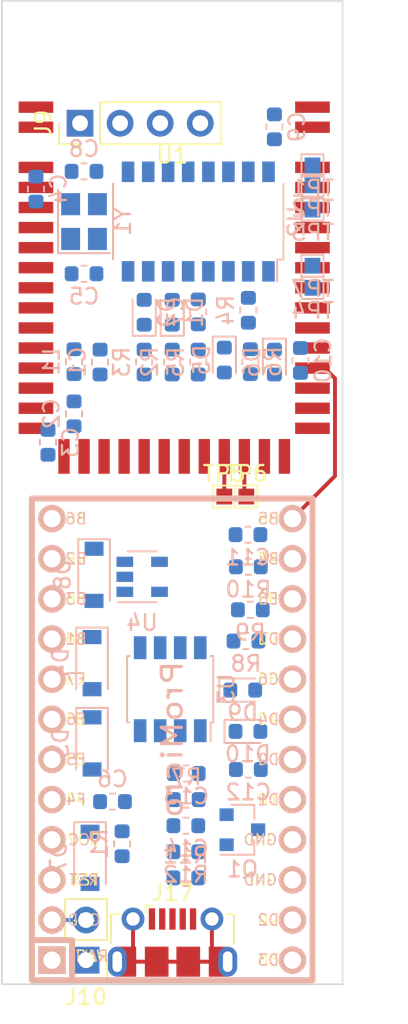
<source format=kicad_pcb>
(kicad_pcb (version 20171130) (host pcbnew "(5.0.0)")

  (general
    (thickness 1.6)
    (drawings 5)
    (tracks 19)
    (zones 0)
    (modules 54)
    (nets 71)
  )

  (page A4)
  (layers
    (0 F.Cu signal)
    (31 B.Cu signal)
    (32 B.Adhes user hide)
    (33 F.Adhes user hide)
    (34 B.Paste user)
    (35 F.Paste user hide)
    (36 B.SilkS user hide)
    (37 F.SilkS user hide)
    (38 B.Mask user)
    (39 F.Mask user hide)
    (40 Dwgs.User user)
    (41 Cmts.User user)
    (42 Eco1.User user)
    (43 Eco2.User user)
    (44 Edge.Cuts user)
    (45 Margin user)
    (46 B.CrtYd user)
    (47 F.CrtYd user)
    (48 B.Fab user)
    (49 F.Fab user)
  )

  (setup
    (last_trace_width 0.25)
    (trace_clearance 0.2)
    (zone_clearance 0.508)
    (zone_45_only no)
    (trace_min 0.2)
    (segment_width 0.2)
    (edge_width 0.1)
    (via_size 0.8)
    (via_drill 0.4)
    (via_min_size 0.4)
    (via_min_drill 0.3)
    (uvia_size 0.3)
    (uvia_drill 0.1)
    (uvias_allowed no)
    (uvia_min_size 0.2)
    (uvia_min_drill 0.1)
    (pcb_text_width 0.3)
    (pcb_text_size 1.5 1.5)
    (mod_edge_width 0.15)
    (mod_text_size 1 1)
    (mod_text_width 0.15)
    (pad_size 1.5 1.5)
    (pad_drill 0.6)
    (pad_to_mask_clearance 0)
    (aux_axis_origin 0 0)
    (visible_elements 7FFFFFFF)
    (pcbplotparams
      (layerselection 0x010ff_ffffffff)
      (usegerberextensions false)
      (usegerberattributes false)
      (usegerberadvancedattributes false)
      (creategerberjobfile false)
      (excludeedgelayer true)
      (linewidth 0.100000)
      (plotframeref false)
      (viasonmask false)
      (mode 1)
      (useauxorigin false)
      (hpglpennumber 1)
      (hpglpenspeed 20)
      (hpglpendiameter 15.000000)
      (psnegative false)
      (psa4output false)
      (plotreference true)
      (plotvalue true)
      (plotinvisibletext false)
      (padsonsilk false)
      (subtractmaskfromsilk false)
      (outputformat 1)
      (mirror false)
      (drillshape 0)
      (scaleselection 1)
      (outputdirectory "Gerber/"))
  )

  (net 0 "")
  (net 1 GND)
  (net 2 "Net-(C1-Pad1)")
  (net 3 "Net-(C2-Pad1)")
  (net 4 VCC)
  (net 5 "Net-(C4-Pad1)")
  (net 6 "Net-(C5-Pad1)")
  (net 7 VBUS)
  (net 8 "Net-(C7-Pad1)")
  (net 9 "Net-(C8-Pad1)")
  (net 10 "Net-(C9-Pad1)")
  (net 11 RESET)
  (net 12 DTR)
  (net 13 "Net-(C12-Pad1)")
  (net 14 VBATT)
  (net 15 "Net-(C14-Pad1)")
  (net 16 BLUELED)
  (net 17 "Net-(D1-Pad1)")
  (net 18 "Net-(D2-Pad1)")
  (net 19 REDLED)
  (net 20 "Net-(D3-Pad1)")
  (net 21 "Net-(D5-Pad2)")
  (net 22 TXD)
  (net 23 RXD)
  (net 24 "Net-(D6-Pad2)")
  (net 25 "Net-(D9-Pad2)")
  (net 26 "Net-(D9-Pad1)")
  (net 27 "Net-(D10-Pad1)")
  (net 28 "Net-(D10-Pad2)")
  (net 29 SWDCLK)
  (net 30 SWDIO)
  (net 31 "Net-(J17-Pad6)")
  (net 32 "Net-(J17-Pad2)")
  (net 33 "Net-(J17-Pad3)")
  (net 34 "Net-(L1-Pad2)")
  (net 35 "Net-(R4-Pad1)")
  (net 36 "Net-(R7-Pad2)")
  (net 37 DFU)
  (net 38 FACTORYRESET)
  (net 39 NFC1)
  (net 40 NFC2)
  (net 41 B1)
  (net 42 B6)
  (net 43 D2)
  (net 44 F4)
  (net 45 F5)
  (net 46 F6)
  (net 47 F7)
  (net 48 B2)
  (net 49 B3)
  (net 50 B4)
  (net 51 B5)
  (net 52 D3)
  (net 53 D1)
  (net 54 D0)
  (net 55 D4)
  (net 56 C6)
  (net 57 D7)
  (net 58 E6)
  (net 59 "Net-(J17-Pad4)")
  (net 60 P0.24)
  (net 61 P0.23)
  (net 62 "Net-(U1-Pad3)")
  (net 63 "Net-(U2-Pad9)")
  (net 64 "Net-(U2-Pad10)")
  (net 65 "Net-(U2-Pad11)")
  (net 66 "Net-(U2-Pad12)")
  (net 67 "Net-(U2-Pad14)")
  (net 68 "Net-(U2-Pad15)")
  (net 69 "Net-(U4-Pad4)")
  (net 70 "Net-(U5-Pad1)")

  (net_class Default "This is the default net class."
    (clearance 0.2)
    (trace_width 0.25)
    (via_dia 0.8)
    (via_drill 0.4)
    (uvia_dia 0.3)
    (uvia_drill 0.1)
    (add_net B1)
    (add_net B2)
    (add_net B3)
    (add_net B4)
    (add_net B5)
    (add_net B6)
    (add_net BLUELED)
    (add_net C6)
    (add_net D0)
    (add_net D1)
    (add_net D2)
    (add_net D3)
    (add_net D4)
    (add_net D7)
    (add_net DFU)
    (add_net DTR)
    (add_net E6)
    (add_net F4)
    (add_net F5)
    (add_net F6)
    (add_net F7)
    (add_net FACTORYRESET)
    (add_net GND)
    (add_net NFC1)
    (add_net NFC2)
    (add_net "Net-(C1-Pad1)")
    (add_net "Net-(C12-Pad1)")
    (add_net "Net-(C14-Pad1)")
    (add_net "Net-(C2-Pad1)")
    (add_net "Net-(C4-Pad1)")
    (add_net "Net-(C5-Pad1)")
    (add_net "Net-(C7-Pad1)")
    (add_net "Net-(C8-Pad1)")
    (add_net "Net-(C9-Pad1)")
    (add_net "Net-(D1-Pad1)")
    (add_net "Net-(D10-Pad1)")
    (add_net "Net-(D10-Pad2)")
    (add_net "Net-(D2-Pad1)")
    (add_net "Net-(D3-Pad1)")
    (add_net "Net-(D5-Pad2)")
    (add_net "Net-(D6-Pad2)")
    (add_net "Net-(D9-Pad1)")
    (add_net "Net-(D9-Pad2)")
    (add_net "Net-(J17-Pad2)")
    (add_net "Net-(J17-Pad3)")
    (add_net "Net-(J17-Pad4)")
    (add_net "Net-(J17-Pad6)")
    (add_net "Net-(L1-Pad2)")
    (add_net "Net-(R4-Pad1)")
    (add_net "Net-(R7-Pad2)")
    (add_net "Net-(U1-Pad3)")
    (add_net "Net-(U2-Pad10)")
    (add_net "Net-(U2-Pad11)")
    (add_net "Net-(U2-Pad12)")
    (add_net "Net-(U2-Pad14)")
    (add_net "Net-(U2-Pad15)")
    (add_net "Net-(U2-Pad9)")
    (add_net "Net-(U4-Pad4)")
    (add_net "Net-(U5-Pad1)")
    (add_net P0.23)
    (add_net P0.24)
    (add_net REDLED)
    (add_net RESET)
    (add_net RXD)
    (add_net SWDCLK)
    (add_net SWDIO)
    (add_net TXD)
    (add_net VBATT)
    (add_net VBUS)
    (add_net VCC)
  )

  (module Capacitor_SMD:C_0603_1608Metric (layer B.Cu) (tedit 5B301BBE) (tstamp 5D9E845A)
    (at 73.533 68.58 270)
    (descr "Capacitor SMD 0603 (1608 Metric), square (rectangular) end terminal, IPC_7351 nominal, (Body size source: http://www.tortai-tech.com/upload/download/2011102023233369053.pdf), generated with kicad-footprint-generator")
    (tags capacitor)
    (path /5BC00059)
    (attr smd)
    (fp_text reference C1 (at 0 1.43 270) (layer B.SilkS)
      (effects (font (size 1 1) (thickness 0.15)) (justify mirror))
    )
    (fp_text value 1uF (at 0 -1.43 270) (layer B.Fab)
      (effects (font (size 1 1) (thickness 0.15)) (justify mirror))
    )
    (fp_text user %R (at 0 0 270) (layer B.Fab)
      (effects (font (size 0.4 0.4) (thickness 0.06)) (justify mirror))
    )
    (fp_line (start 1.48 -0.73) (end -1.48 -0.73) (layer B.CrtYd) (width 0.05))
    (fp_line (start 1.48 0.73) (end 1.48 -0.73) (layer B.CrtYd) (width 0.05))
    (fp_line (start -1.48 0.73) (end 1.48 0.73) (layer B.CrtYd) (width 0.05))
    (fp_line (start -1.48 -0.73) (end -1.48 0.73) (layer B.CrtYd) (width 0.05))
    (fp_line (start -0.162779 -0.51) (end 0.162779 -0.51) (layer B.SilkS) (width 0.12))
    (fp_line (start -0.162779 0.51) (end 0.162779 0.51) (layer B.SilkS) (width 0.12))
    (fp_line (start 0.8 -0.4) (end -0.8 -0.4) (layer B.Fab) (width 0.1))
    (fp_line (start 0.8 0.4) (end 0.8 -0.4) (layer B.Fab) (width 0.1))
    (fp_line (start -0.8 0.4) (end 0.8 0.4) (layer B.Fab) (width 0.1))
    (fp_line (start -0.8 -0.4) (end -0.8 0.4) (layer B.Fab) (width 0.1))
    (pad 2 smd roundrect (at 0.7875 0 270) (size 0.875 0.95) (layers B.Cu B.Paste B.Mask) (roundrect_rratio 0.25)
      (net 1 GND))
    (pad 1 smd roundrect (at -0.7875 0 270) (size 0.875 0.95) (layers B.Cu B.Paste B.Mask) (roundrect_rratio 0.25)
      (net 2 "Net-(C1-Pad1)"))
    (model ${KISYS3DMOD}/Capacitor_SMD.3dshapes/C_0603_1608Metric.wrl
      (at (xyz 0 0 0))
      (scale (xyz 1 1 1))
      (rotate (xyz 0 0 0))
    )
  )

  (module Capacitor_SMD:C_0603_1608Metric (layer B.Cu) (tedit 5B301BBE) (tstamp 5D9E846B)
    (at 71.882 71.8565 270)
    (descr "Capacitor SMD 0603 (1608 Metric), square (rectangular) end terminal, IPC_7351 nominal, (Body size source: http://www.tortai-tech.com/upload/download/2011102023233369053.pdf), generated with kicad-footprint-generator")
    (tags capacitor)
    (path /5BBFFF9D)
    (attr smd)
    (fp_text reference C2 (at 0 1.43 270) (layer B.SilkS)
      (effects (font (size 1 1) (thickness 0.15)) (justify mirror))
    )
    (fp_text value 0.1uF (at 0 -1.43 270) (layer B.Fab)
      (effects (font (size 1 1) (thickness 0.15)) (justify mirror))
    )
    (fp_line (start -0.8 -0.4) (end -0.8 0.4) (layer B.Fab) (width 0.1))
    (fp_line (start -0.8 0.4) (end 0.8 0.4) (layer B.Fab) (width 0.1))
    (fp_line (start 0.8 0.4) (end 0.8 -0.4) (layer B.Fab) (width 0.1))
    (fp_line (start 0.8 -0.4) (end -0.8 -0.4) (layer B.Fab) (width 0.1))
    (fp_line (start -0.162779 0.51) (end 0.162779 0.51) (layer B.SilkS) (width 0.12))
    (fp_line (start -0.162779 -0.51) (end 0.162779 -0.51) (layer B.SilkS) (width 0.12))
    (fp_line (start -1.48 -0.73) (end -1.48 0.73) (layer B.CrtYd) (width 0.05))
    (fp_line (start -1.48 0.73) (end 1.48 0.73) (layer B.CrtYd) (width 0.05))
    (fp_line (start 1.48 0.73) (end 1.48 -0.73) (layer B.CrtYd) (width 0.05))
    (fp_line (start 1.48 -0.73) (end -1.48 -0.73) (layer B.CrtYd) (width 0.05))
    (fp_text user %R (at 0 0 270) (layer B.Fab)
      (effects (font (size 0.4 0.4) (thickness 0.06)) (justify mirror))
    )
    (pad 1 smd roundrect (at -0.7875 0 270) (size 0.875 0.95) (layers B.Cu B.Paste B.Mask) (roundrect_rratio 0.25)
      (net 3 "Net-(C2-Pad1)"))
    (pad 2 smd roundrect (at 0.7875 0 270) (size 0.875 0.95) (layers B.Cu B.Paste B.Mask) (roundrect_rratio 0.25)
      (net 1 GND))
    (model ${KISYS3DMOD}/Capacitor_SMD.3dshapes/C_0603_1608Metric.wrl
      (at (xyz 0 0 0))
      (scale (xyz 1 1 1))
      (rotate (xyz 0 0 0))
    )
  )

  (module Capacitor_SMD:C_0603_1608Metric (layer B.Cu) (tedit 5B301BBE) (tstamp 5D9E847C)
    (at 70.231 73.66 90)
    (descr "Capacitor SMD 0603 (1608 Metric), square (rectangular) end terminal, IPC_7351 nominal, (Body size source: http://www.tortai-tech.com/upload/download/2011102023233369053.pdf), generated with kicad-footprint-generator")
    (tags capacitor)
    (path /5BBF9C55)
    (attr smd)
    (fp_text reference C3 (at 0 1.43 90) (layer B.SilkS)
      (effects (font (size 1 1) (thickness 0.15)) (justify mirror))
    )
    (fp_text value 10uF (at 0.1525 -1.905 90) (layer B.Fab)
      (effects (font (size 1 1) (thickness 0.15)) (justify mirror))
    )
    (fp_line (start -0.8 -0.4) (end -0.8 0.4) (layer B.Fab) (width 0.1))
    (fp_line (start -0.8 0.4) (end 0.8 0.4) (layer B.Fab) (width 0.1))
    (fp_line (start 0.8 0.4) (end 0.8 -0.4) (layer B.Fab) (width 0.1))
    (fp_line (start 0.8 -0.4) (end -0.8 -0.4) (layer B.Fab) (width 0.1))
    (fp_line (start -0.162779 0.51) (end 0.162779 0.51) (layer B.SilkS) (width 0.12))
    (fp_line (start -0.162779 -0.51) (end 0.162779 -0.51) (layer B.SilkS) (width 0.12))
    (fp_line (start -1.48 -0.73) (end -1.48 0.73) (layer B.CrtYd) (width 0.05))
    (fp_line (start -1.48 0.73) (end 1.48 0.73) (layer B.CrtYd) (width 0.05))
    (fp_line (start 1.48 0.73) (end 1.48 -0.73) (layer B.CrtYd) (width 0.05))
    (fp_line (start 1.48 -0.73) (end -1.48 -0.73) (layer B.CrtYd) (width 0.05))
    (fp_text user %R (at 0 0 90) (layer B.Fab)
      (effects (font (size 0.4 0.4) (thickness 0.06)) (justify mirror))
    )
    (pad 1 smd roundrect (at -0.7875 0 90) (size 0.875 0.95) (layers B.Cu B.Paste B.Mask) (roundrect_rratio 0.25)
      (net 4 VCC))
    (pad 2 smd roundrect (at 0.7875 0 90) (size 0.875 0.95) (layers B.Cu B.Paste B.Mask) (roundrect_rratio 0.25)
      (net 1 GND))
    (model ${KISYS3DMOD}/Capacitor_SMD.3dshapes/C_0603_1608Metric.wrl
      (at (xyz 0 0 0))
      (scale (xyz 1 1 1))
      (rotate (xyz 0 0 0))
    )
  )

  (module Capacitor_SMD:C_0603_1608Metric (layer B.Cu) (tedit 5B301BBE) (tstamp 5D9E848D)
    (at 69.469 57.6325 90)
    (descr "Capacitor SMD 0603 (1608 Metric), square (rectangular) end terminal, IPC_7351 nominal, (Body size source: http://www.tortai-tech.com/upload/download/2011102023233369053.pdf), generated with kicad-footprint-generator")
    (tags capacitor)
    (path /5BBFFEA9)
    (attr smd)
    (fp_text reference C4 (at 0 1.43 90) (layer B.SilkS)
      (effects (font (size 1 1) (thickness 0.15)) (justify mirror))
    )
    (fp_text value 100pF (at 0 -1.43 90) (layer B.Fab)
      (effects (font (size 1 1) (thickness 0.15)) (justify mirror))
    )
    (fp_text user %R (at 0 0 90) (layer B.Fab)
      (effects (font (size 0.4 0.4) (thickness 0.06)) (justify mirror))
    )
    (fp_line (start 1.48 -0.73) (end -1.48 -0.73) (layer B.CrtYd) (width 0.05))
    (fp_line (start 1.48 0.73) (end 1.48 -0.73) (layer B.CrtYd) (width 0.05))
    (fp_line (start -1.48 0.73) (end 1.48 0.73) (layer B.CrtYd) (width 0.05))
    (fp_line (start -1.48 -0.73) (end -1.48 0.73) (layer B.CrtYd) (width 0.05))
    (fp_line (start -0.162779 -0.51) (end 0.162779 -0.51) (layer B.SilkS) (width 0.12))
    (fp_line (start -0.162779 0.51) (end 0.162779 0.51) (layer B.SilkS) (width 0.12))
    (fp_line (start 0.8 -0.4) (end -0.8 -0.4) (layer B.Fab) (width 0.1))
    (fp_line (start 0.8 0.4) (end 0.8 -0.4) (layer B.Fab) (width 0.1))
    (fp_line (start -0.8 0.4) (end 0.8 0.4) (layer B.Fab) (width 0.1))
    (fp_line (start -0.8 -0.4) (end -0.8 0.4) (layer B.Fab) (width 0.1))
    (pad 2 smd roundrect (at 0.7875 0 90) (size 0.875 0.95) (layers B.Cu B.Paste B.Mask) (roundrect_rratio 0.25)
      (net 1 GND))
    (pad 1 smd roundrect (at -0.7875 0 90) (size 0.875 0.95) (layers B.Cu B.Paste B.Mask) (roundrect_rratio 0.25)
      (net 5 "Net-(C4-Pad1)"))
    (model ${KISYS3DMOD}/Capacitor_SMD.3dshapes/C_0603_1608Metric.wrl
      (at (xyz 0 0 0))
      (scale (xyz 1 1 1))
      (rotate (xyz 0 0 0))
    )
  )

  (module Capacitor_SMD:C_0603_1608Metric (layer B.Cu) (tedit 5B301BBE) (tstamp 5D9E849E)
    (at 72.517 62.992)
    (descr "Capacitor SMD 0603 (1608 Metric), square (rectangular) end terminal, IPC_7351 nominal, (Body size source: http://www.tortai-tech.com/upload/download/2011102023233369053.pdf), generated with kicad-footprint-generator")
    (tags capacitor)
    (path /5CBB07AF)
    (attr smd)
    (fp_text reference C5 (at 0 1.43) (layer B.SilkS)
      (effects (font (size 1 1) (thickness 0.15)) (justify mirror))
    )
    (fp_text value 22pF (at 0 -1.43) (layer B.Fab)
      (effects (font (size 1 1) (thickness 0.15)) (justify mirror))
    )
    (fp_line (start -0.8 -0.4) (end -0.8 0.4) (layer B.Fab) (width 0.1))
    (fp_line (start -0.8 0.4) (end 0.8 0.4) (layer B.Fab) (width 0.1))
    (fp_line (start 0.8 0.4) (end 0.8 -0.4) (layer B.Fab) (width 0.1))
    (fp_line (start 0.8 -0.4) (end -0.8 -0.4) (layer B.Fab) (width 0.1))
    (fp_line (start -0.162779 0.51) (end 0.162779 0.51) (layer B.SilkS) (width 0.12))
    (fp_line (start -0.162779 -0.51) (end 0.162779 -0.51) (layer B.SilkS) (width 0.12))
    (fp_line (start -1.48 -0.73) (end -1.48 0.73) (layer B.CrtYd) (width 0.05))
    (fp_line (start -1.48 0.73) (end 1.48 0.73) (layer B.CrtYd) (width 0.05))
    (fp_line (start 1.48 0.73) (end 1.48 -0.73) (layer B.CrtYd) (width 0.05))
    (fp_line (start 1.48 -0.73) (end -1.48 -0.73) (layer B.CrtYd) (width 0.05))
    (fp_text user %R (at 0 0) (layer B.Fab)
      (effects (font (size 0.4 0.4) (thickness 0.06)) (justify mirror))
    )
    (pad 1 smd roundrect (at -0.7875 0) (size 0.875 0.95) (layers B.Cu B.Paste B.Mask) (roundrect_rratio 0.25)
      (net 6 "Net-(C5-Pad1)"))
    (pad 2 smd roundrect (at 0.7875 0) (size 0.875 0.95) (layers B.Cu B.Paste B.Mask) (roundrect_rratio 0.25)
      (net 1 GND))
    (model ${KISYS3DMOD}/Capacitor_SMD.3dshapes/C_0603_1608Metric.wrl
      (at (xyz 0 0 0))
      (scale (xyz 1 1 1))
      (rotate (xyz 0 0 0))
    )
  )

  (module Capacitor_SMD:C_0603_1608Metric (layer B.Cu) (tedit 5B301BBE) (tstamp 5D9E84AF)
    (at 74.320501 96.393 180)
    (descr "Capacitor SMD 0603 (1608 Metric), square (rectangular) end terminal, IPC_7351 nominal, (Body size source: http://www.tortai-tech.com/upload/download/2011102023233369053.pdf), generated with kicad-footprint-generator")
    (tags capacitor)
    (path /5CC99CB1)
    (attr smd)
    (fp_text reference C6 (at 0 1.43 180) (layer B.SilkS)
      (effects (font (size 1 1) (thickness 0.15)) (justify mirror))
    )
    (fp_text value 100nF (at 0 -1.43 180) (layer B.Fab)
      (effects (font (size 1 1) (thickness 0.15)) (justify mirror))
    )
    (fp_line (start -0.8 -0.4) (end -0.8 0.4) (layer B.Fab) (width 0.1))
    (fp_line (start -0.8 0.4) (end 0.8 0.4) (layer B.Fab) (width 0.1))
    (fp_line (start 0.8 0.4) (end 0.8 -0.4) (layer B.Fab) (width 0.1))
    (fp_line (start 0.8 -0.4) (end -0.8 -0.4) (layer B.Fab) (width 0.1))
    (fp_line (start -0.162779 0.51) (end 0.162779 0.51) (layer B.SilkS) (width 0.12))
    (fp_line (start -0.162779 -0.51) (end 0.162779 -0.51) (layer B.SilkS) (width 0.12))
    (fp_line (start -1.48 -0.73) (end -1.48 0.73) (layer B.CrtYd) (width 0.05))
    (fp_line (start -1.48 0.73) (end 1.48 0.73) (layer B.CrtYd) (width 0.05))
    (fp_line (start 1.48 0.73) (end 1.48 -0.73) (layer B.CrtYd) (width 0.05))
    (fp_line (start 1.48 -0.73) (end -1.48 -0.73) (layer B.CrtYd) (width 0.05))
    (fp_text user %R (at 0 0 180) (layer B.Fab)
      (effects (font (size 0.4 0.4) (thickness 0.06)) (justify mirror))
    )
    (pad 1 smd roundrect (at -0.7875 0 180) (size 0.875 0.95) (layers B.Cu B.Paste B.Mask) (roundrect_rratio 0.25)
      (net 7 VBUS))
    (pad 2 smd roundrect (at 0.7875 0 180) (size 0.875 0.95) (layers B.Cu B.Paste B.Mask) (roundrect_rratio 0.25)
      (net 1 GND))
    (model ${KISYS3DMOD}/Capacitor_SMD.3dshapes/C_0603_1608Metric.wrl
      (at (xyz 0 0 0))
      (scale (xyz 1 1 1))
      (rotate (xyz 0 0 0))
    )
  )

  (module Capacitor_SMD:C_0603_1608Metric (layer B.Cu) (tedit 5B301BBE) (tstamp 5D9E84C0)
    (at 79.756 65.405 270)
    (descr "Capacitor SMD 0603 (1608 Metric), square (rectangular) end terminal, IPC_7351 nominal, (Body size source: http://www.tortai-tech.com/upload/download/2011102023233369053.pdf), generated with kicad-footprint-generator")
    (tags capacitor)
    (path /5CC23E27)
    (attr smd)
    (fp_text reference C7 (at 0 1.43 270) (layer B.SilkS)
      (effects (font (size 1 1) (thickness 0.15)) (justify mirror))
    )
    (fp_text value 100nF (at 0 -1.43 270) (layer B.Fab)
      (effects (font (size 1 1) (thickness 0.15)) (justify mirror))
    )
    (fp_text user %R (at 0 0 270) (layer F.Fab)
      (effects (font (size 0.4 0.4) (thickness 0.06)))
    )
    (fp_line (start 1.48 -0.73) (end -1.48 -0.73) (layer B.CrtYd) (width 0.05))
    (fp_line (start 1.48 0.73) (end 1.48 -0.73) (layer B.CrtYd) (width 0.05))
    (fp_line (start -1.48 0.73) (end 1.48 0.73) (layer B.CrtYd) (width 0.05))
    (fp_line (start -1.48 -0.73) (end -1.48 0.73) (layer B.CrtYd) (width 0.05))
    (fp_line (start -0.162779 -0.51) (end 0.162779 -0.51) (layer B.SilkS) (width 0.12))
    (fp_line (start -0.162779 0.51) (end 0.162779 0.51) (layer B.SilkS) (width 0.12))
    (fp_line (start 0.8 -0.4) (end -0.8 -0.4) (layer B.Fab) (width 0.1))
    (fp_line (start 0.8 0.4) (end 0.8 -0.4) (layer B.Fab) (width 0.1))
    (fp_line (start -0.8 0.4) (end 0.8 0.4) (layer B.Fab) (width 0.1))
    (fp_line (start -0.8 -0.4) (end -0.8 0.4) (layer B.Fab) (width 0.1))
    (pad 2 smd roundrect (at 0.7875 0 270) (size 0.875 0.95) (layers B.Cu B.Paste B.Mask) (roundrect_rratio 0.25)
      (net 1 GND))
    (pad 1 smd roundrect (at -0.7875 0 270) (size 0.875 0.95) (layers B.Cu B.Paste B.Mask) (roundrect_rratio 0.25)
      (net 8 "Net-(C7-Pad1)"))
    (model ${KISYS3DMOD}/Capacitor_SMD.3dshapes/C_0603_1608Metric.wrl
      (at (xyz 0 0 0))
      (scale (xyz 1 1 1))
      (rotate (xyz 0 0 0))
    )
  )

  (module Capacitor_SMD:C_0603_1608Metric (layer B.Cu) (tedit 5B301BBE) (tstamp 5D9E84D1)
    (at 72.517 56.515 180)
    (descr "Capacitor SMD 0603 (1608 Metric), square (rectangular) end terminal, IPC_7351 nominal, (Body size source: http://www.tortai-tech.com/upload/download/2011102023233369053.pdf), generated with kicad-footprint-generator")
    (tags capacitor)
    (path /5CBB0881)
    (attr smd)
    (fp_text reference C8 (at 0 1.43 180) (layer B.SilkS)
      (effects (font (size 1 1) (thickness 0.15)) (justify mirror))
    )
    (fp_text value 22pF (at 0 -1.43 180) (layer B.Fab)
      (effects (font (size 1 1) (thickness 0.15)) (justify mirror))
    )
    (fp_line (start -0.8 -0.4) (end -0.8 0.4) (layer B.Fab) (width 0.1))
    (fp_line (start -0.8 0.4) (end 0.8 0.4) (layer B.Fab) (width 0.1))
    (fp_line (start 0.8 0.4) (end 0.8 -0.4) (layer B.Fab) (width 0.1))
    (fp_line (start 0.8 -0.4) (end -0.8 -0.4) (layer B.Fab) (width 0.1))
    (fp_line (start -0.162779 0.51) (end 0.162779 0.51) (layer B.SilkS) (width 0.12))
    (fp_line (start -0.162779 -0.51) (end 0.162779 -0.51) (layer B.SilkS) (width 0.12))
    (fp_line (start -1.48 -0.73) (end -1.48 0.73) (layer B.CrtYd) (width 0.05))
    (fp_line (start -1.48 0.73) (end 1.48 0.73) (layer B.CrtYd) (width 0.05))
    (fp_line (start 1.48 0.73) (end 1.48 -0.73) (layer B.CrtYd) (width 0.05))
    (fp_line (start 1.48 -0.73) (end -1.48 -0.73) (layer B.CrtYd) (width 0.05))
    (fp_text user %R (at 0 0 180) (layer B.Fab)
      (effects (font (size 0.4 0.4) (thickness 0.06)) (justify mirror))
    )
    (pad 1 smd roundrect (at -0.7875 0 180) (size 0.875 0.95) (layers B.Cu B.Paste B.Mask) (roundrect_rratio 0.25)
      (net 9 "Net-(C8-Pad1)"))
    (pad 2 smd roundrect (at 0.7875 0 180) (size 0.875 0.95) (layers B.Cu B.Paste B.Mask) (roundrect_rratio 0.25)
      (net 1 GND))
    (model ${KISYS3DMOD}/Capacitor_SMD.3dshapes/C_0603_1608Metric.wrl
      (at (xyz 0 0 0))
      (scale (xyz 1 1 1))
      (rotate (xyz 0 0 0))
    )
  )

  (module Capacitor_SMD:C_0603_1608Metric (layer B.Cu) (tedit 5B301BBE) (tstamp 5D9E84E2)
    (at 84.582 53.6955 90)
    (descr "Capacitor SMD 0603 (1608 Metric), square (rectangular) end terminal, IPC_7351 nominal, (Body size source: http://www.tortai-tech.com/upload/download/2011102023233369053.pdf), generated with kicad-footprint-generator")
    (tags capacitor)
    (path /5CC4B841)
    (attr smd)
    (fp_text reference C9 (at 0 1.43 90) (layer B.SilkS)
      (effects (font (size 1 1) (thickness 0.15)) (justify mirror))
    )
    (fp_text value 100nF (at 0 -1.43 90) (layer B.Fab)
      (effects (font (size 1 1) (thickness 0.15)) (justify mirror))
    )
    (fp_text user %R (at 0 0 90) (layer B.Fab)
      (effects (font (size 0.4 0.4) (thickness 0.06)) (justify mirror))
    )
    (fp_line (start 1.48 -0.73) (end -1.48 -0.73) (layer B.CrtYd) (width 0.05))
    (fp_line (start 1.48 0.73) (end 1.48 -0.73) (layer B.CrtYd) (width 0.05))
    (fp_line (start -1.48 0.73) (end 1.48 0.73) (layer B.CrtYd) (width 0.05))
    (fp_line (start -1.48 -0.73) (end -1.48 0.73) (layer B.CrtYd) (width 0.05))
    (fp_line (start -0.162779 -0.51) (end 0.162779 -0.51) (layer B.SilkS) (width 0.12))
    (fp_line (start -0.162779 0.51) (end 0.162779 0.51) (layer B.SilkS) (width 0.12))
    (fp_line (start 0.8 -0.4) (end -0.8 -0.4) (layer B.Fab) (width 0.1))
    (fp_line (start 0.8 0.4) (end 0.8 -0.4) (layer B.Fab) (width 0.1))
    (fp_line (start -0.8 0.4) (end 0.8 0.4) (layer B.Fab) (width 0.1))
    (fp_line (start -0.8 -0.4) (end -0.8 0.4) (layer B.Fab) (width 0.1))
    (pad 2 smd roundrect (at 0.7875 0 90) (size 0.875 0.95) (layers B.Cu B.Paste B.Mask) (roundrect_rratio 0.25)
      (net 1 GND))
    (pad 1 smd roundrect (at -0.7875 0 90) (size 0.875 0.95) (layers B.Cu B.Paste B.Mask) (roundrect_rratio 0.25)
      (net 10 "Net-(C9-Pad1)"))
    (model ${KISYS3DMOD}/Capacitor_SMD.3dshapes/C_0603_1608Metric.wrl
      (at (xyz 0 0 0))
      (scale (xyz 1 1 1))
      (rotate (xyz 0 0 0))
    )
  )

  (module Capacitor_SMD:C_0603_1608Metric (layer B.Cu) (tedit 5B301BBE) (tstamp 5D9E84F3)
    (at 86.233 68.478501 90)
    (descr "Capacitor SMD 0603 (1608 Metric), square (rectangular) end terminal, IPC_7351 nominal, (Body size source: http://www.tortai-tech.com/upload/download/2011102023233369053.pdf), generated with kicad-footprint-generator")
    (tags capacitor)
    (path /5CD7350B)
    (attr smd)
    (fp_text reference C10 (at 0 1.43 90) (layer B.SilkS)
      (effects (font (size 1 1) (thickness 0.15)) (justify mirror))
    )
    (fp_text value 0.1uF (at 0 -1.43 270) (layer B.Fab)
      (effects (font (size 1 1) (thickness 0.15)) (justify mirror))
    )
    (fp_line (start -0.8 -0.4) (end -0.8 0.4) (layer B.Fab) (width 0.1))
    (fp_line (start -0.8 0.4) (end 0.8 0.4) (layer B.Fab) (width 0.1))
    (fp_line (start 0.8 0.4) (end 0.8 -0.4) (layer B.Fab) (width 0.1))
    (fp_line (start 0.8 -0.4) (end -0.8 -0.4) (layer B.Fab) (width 0.1))
    (fp_line (start -0.162779 0.51) (end 0.162779 0.51) (layer B.SilkS) (width 0.12))
    (fp_line (start -0.162779 -0.51) (end 0.162779 -0.51) (layer B.SilkS) (width 0.12))
    (fp_line (start -1.48 -0.73) (end -1.48 0.73) (layer B.CrtYd) (width 0.05))
    (fp_line (start -1.48 0.73) (end 1.48 0.73) (layer B.CrtYd) (width 0.05))
    (fp_line (start 1.48 0.73) (end 1.48 -0.73) (layer B.CrtYd) (width 0.05))
    (fp_line (start 1.48 -0.73) (end -1.48 -0.73) (layer B.CrtYd) (width 0.05))
    (fp_text user %R (at 0 0 90) (layer B.Fab)
      (effects (font (size 0.4 0.4) (thickness 0.06)) (justify mirror))
    )
    (pad 1 smd roundrect (at -0.7875 0 90) (size 0.875 0.95) (layers B.Cu B.Paste B.Mask) (roundrect_rratio 0.25)
      (net 11 RESET))
    (pad 2 smd roundrect (at 0.7875 0 90) (size 0.875 0.95) (layers B.Cu B.Paste B.Mask) (roundrect_rratio 0.25)
      (net 12 DTR))
    (model ${KISYS3DMOD}/Capacitor_SMD.3dshapes/C_0603_1608Metric.wrl
      (at (xyz 0 0 0))
      (scale (xyz 1 1 1))
      (rotate (xyz 0 0 0))
    )
  )

  (module Capacitor_SMD:C_0603_1608Metric (layer B.Cu) (tedit 5B301BBE) (tstamp 5D9E8504)
    (at 82.9055 79.502)
    (descr "Capacitor SMD 0603 (1608 Metric), square (rectangular) end terminal, IPC_7351 nominal, (Body size source: http://www.tortai-tech.com/upload/download/2011102023233369053.pdf), generated with kicad-footprint-generator")
    (tags capacitor)
    (path /5CE5D71D)
    (attr smd)
    (fp_text reference C11 (at 0 1.43) (layer B.SilkS)
      (effects (font (size 1 1) (thickness 0.15)) (justify mirror))
    )
    (fp_text value 10uF (at 0 -1.43) (layer B.Fab)
      (effects (font (size 1 1) (thickness 0.15)) (justify mirror))
    )
    (fp_text user %R (at 0.2285 0.119832) (layer B.Fab)
      (effects (font (size 0.4 0.4) (thickness 0.06)) (justify mirror))
    )
    (fp_line (start 1.48 -0.73) (end -1.48 -0.73) (layer B.CrtYd) (width 0.05))
    (fp_line (start 1.48 0.73) (end 1.48 -0.73) (layer B.CrtYd) (width 0.05))
    (fp_line (start -1.48 0.73) (end 1.48 0.73) (layer B.CrtYd) (width 0.05))
    (fp_line (start -1.48 -0.73) (end -1.48 0.73) (layer B.CrtYd) (width 0.05))
    (fp_line (start -0.162779 -0.51) (end 0.162779 -0.51) (layer B.SilkS) (width 0.12))
    (fp_line (start -0.162779 0.51) (end 0.162779 0.51) (layer B.SilkS) (width 0.12))
    (fp_line (start 0.8 -0.4) (end -0.8 -0.4) (layer B.Fab) (width 0.1))
    (fp_line (start 0.8 0.4) (end 0.8 -0.4) (layer B.Fab) (width 0.1))
    (fp_line (start -0.8 0.4) (end 0.8 0.4) (layer B.Fab) (width 0.1))
    (fp_line (start -0.8 -0.4) (end -0.8 0.4) (layer B.Fab) (width 0.1))
    (pad 2 smd roundrect (at 0.7875 0) (size 0.875 0.95) (layers B.Cu B.Paste B.Mask) (roundrect_rratio 0.25)
      (net 1 GND))
    (pad 1 smd roundrect (at -0.7875 0) (size 0.875 0.95) (layers B.Cu B.Paste B.Mask) (roundrect_rratio 0.25)
      (net 7 VBUS))
    (model ${KISYS3DMOD}/Capacitor_SMD.3dshapes/C_0603_1608Metric.wrl
      (at (xyz 0 0 0))
      (scale (xyz 1 1 1))
      (rotate (xyz 0 0 0))
    )
  )

  (module Capacitor_SMD:C_0603_1608Metric (layer B.Cu) (tedit 5B301BBE) (tstamp 5D9E8515)
    (at 82.931 94.361)
    (descr "Capacitor SMD 0603 (1608 Metric), square (rectangular) end terminal, IPC_7351 nominal, (Body size source: http://www.tortai-tech.com/upload/download/2011102023233369053.pdf), generated with kicad-footprint-generator")
    (tags capacitor)
    (path /5CE1AF55)
    (attr smd)
    (fp_text reference C12 (at 0 1.43) (layer B.SilkS)
      (effects (font (size 1 1) (thickness 0.15)) (justify mirror))
    )
    (fp_text value 10uF (at 0 -1.43) (layer B.Fab)
      (effects (font (size 1 1) (thickness 0.15)) (justify mirror))
    )
    (fp_text user %R (at 0 0) (layer B.Fab)
      (effects (font (size 0.4 0.4) (thickness 0.06)) (justify mirror))
    )
    (fp_line (start 1.48 -0.73) (end -1.48 -0.73) (layer B.CrtYd) (width 0.05))
    (fp_line (start 1.48 0.73) (end 1.48 -0.73) (layer B.CrtYd) (width 0.05))
    (fp_line (start -1.48 0.73) (end 1.48 0.73) (layer B.CrtYd) (width 0.05))
    (fp_line (start -1.48 -0.73) (end -1.48 0.73) (layer B.CrtYd) (width 0.05))
    (fp_line (start -0.162779 -0.51) (end 0.162779 -0.51) (layer B.SilkS) (width 0.12))
    (fp_line (start -0.162779 0.51) (end 0.162779 0.51) (layer B.SilkS) (width 0.12))
    (fp_line (start 0.8 -0.4) (end -0.8 -0.4) (layer B.Fab) (width 0.1))
    (fp_line (start 0.8 0.4) (end 0.8 -0.4) (layer B.Fab) (width 0.1))
    (fp_line (start -0.8 0.4) (end 0.8 0.4) (layer B.Fab) (width 0.1))
    (fp_line (start -0.8 -0.4) (end -0.8 0.4) (layer B.Fab) (width 0.1))
    (pad 2 smd roundrect (at 0.7875 0) (size 0.875 0.95) (layers B.Cu B.Paste B.Mask) (roundrect_rratio 0.25)
      (net 1 GND))
    (pad 1 smd roundrect (at -0.7875 0) (size 0.875 0.95) (layers B.Cu B.Paste B.Mask) (roundrect_rratio 0.25)
      (net 13 "Net-(C12-Pad1)"))
    (model ${KISYS3DMOD}/Capacitor_SMD.3dshapes/C_0603_1608Metric.wrl
      (at (xyz 0 0 0))
      (scale (xyz 1 1 1))
      (rotate (xyz 0 0 0))
    )
  )

  (module Capacitor_SMD:C_0603_1608Metric (layer B.Cu) (tedit 5B301BBE) (tstamp 5D9E8526)
    (at 78.994 94.615)
    (descr "Capacitor SMD 0603 (1608 Metric), square (rectangular) end terminal, IPC_7351 nominal, (Body size source: http://www.tortai-tech.com/upload/download/2011102023233369053.pdf), generated with kicad-footprint-generator")
    (tags capacitor)
    (path /5CF0ED7A)
    (attr smd)
    (fp_text reference C13 (at 0 1.43) (layer B.SilkS)
      (effects (font (size 1 1) (thickness 0.15)) (justify mirror))
    )
    (fp_text value 10uF (at 0 -1.43) (layer B.Fab)
      (effects (font (size 1 1) (thickness 0.15)) (justify mirror))
    )
    (fp_line (start -0.8 -0.4) (end -0.8 0.4) (layer B.Fab) (width 0.1))
    (fp_line (start -0.8 0.4) (end 0.8 0.4) (layer B.Fab) (width 0.1))
    (fp_line (start 0.8 0.4) (end 0.8 -0.4) (layer B.Fab) (width 0.1))
    (fp_line (start 0.8 -0.4) (end -0.8 -0.4) (layer B.Fab) (width 0.1))
    (fp_line (start -0.162779 0.51) (end 0.162779 0.51) (layer B.SilkS) (width 0.12))
    (fp_line (start -0.162779 -0.51) (end 0.162779 -0.51) (layer B.SilkS) (width 0.12))
    (fp_line (start -1.48 -0.73) (end -1.48 0.73) (layer B.CrtYd) (width 0.05))
    (fp_line (start -1.48 0.73) (end 1.48 0.73) (layer B.CrtYd) (width 0.05))
    (fp_line (start 1.48 0.73) (end 1.48 -0.73) (layer B.CrtYd) (width 0.05))
    (fp_line (start 1.48 -0.73) (end -1.48 -0.73) (layer B.CrtYd) (width 0.05))
    (fp_text user %R (at 0 0) (layer B.Fab)
      (effects (font (size 0.4 0.4) (thickness 0.06)) (justify mirror))
    )
    (pad 1 smd roundrect (at -0.7875 0) (size 0.875 0.95) (layers B.Cu B.Paste B.Mask) (roundrect_rratio 0.25)
      (net 14 VBATT))
    (pad 2 smd roundrect (at 0.7875 0) (size 0.875 0.95) (layers B.Cu B.Paste B.Mask) (roundrect_rratio 0.25)
      (net 1 GND))
    (model ${KISYS3DMOD}/Capacitor_SMD.3dshapes/C_0603_1608Metric.wrl
      (at (xyz 0 0 0))
      (scale (xyz 1 1 1))
      (rotate (xyz 0 0 0))
    )
  )

  (module Capacitor_SMD:C_0603_1608Metric (layer B.Cu) (tedit 5B301BBE) (tstamp 5D9E8537)
    (at 78.9685 97.917)
    (descr "Capacitor SMD 0603 (1608 Metric), square (rectangular) end terminal, IPC_7351 nominal, (Body size source: http://www.tortai-tech.com/upload/download/2011102023233369053.pdf), generated with kicad-footprint-generator")
    (tags capacitor)
    (path /5D2AA755)
    (attr smd)
    (fp_text reference C14 (at 0 1.43) (layer B.SilkS)
      (effects (font (size 1 1) (thickness 0.15)) (justify mirror))
    )
    (fp_text value 1nF (at 0 -1.43) (layer B.Fab)
      (effects (font (size 1 1) (thickness 0.15)) (justify mirror))
    )
    (fp_text user %R (at 0 0) (layer B.Fab)
      (effects (font (size 0.4 0.4) (thickness 0.06)) (justify mirror))
    )
    (fp_line (start 1.48 -0.73) (end -1.48 -0.73) (layer B.CrtYd) (width 0.05))
    (fp_line (start 1.48 0.73) (end 1.48 -0.73) (layer B.CrtYd) (width 0.05))
    (fp_line (start -1.48 0.73) (end 1.48 0.73) (layer B.CrtYd) (width 0.05))
    (fp_line (start -1.48 -0.73) (end -1.48 0.73) (layer B.CrtYd) (width 0.05))
    (fp_line (start -0.162779 -0.51) (end 0.162779 -0.51) (layer B.SilkS) (width 0.12))
    (fp_line (start -0.162779 0.51) (end 0.162779 0.51) (layer B.SilkS) (width 0.12))
    (fp_line (start 0.8 -0.4) (end -0.8 -0.4) (layer B.Fab) (width 0.1))
    (fp_line (start 0.8 0.4) (end 0.8 -0.4) (layer B.Fab) (width 0.1))
    (fp_line (start -0.8 0.4) (end 0.8 0.4) (layer B.Fab) (width 0.1))
    (fp_line (start -0.8 -0.4) (end -0.8 0.4) (layer B.Fab) (width 0.1))
    (pad 2 smd roundrect (at 0.7875 0) (size 0.875 0.95) (layers B.Cu B.Paste B.Mask) (roundrect_rratio 0.25)
      (net 1 GND))
    (pad 1 smd roundrect (at -0.7875 0) (size 0.875 0.95) (layers B.Cu B.Paste B.Mask) (roundrect_rratio 0.25)
      (net 15 "Net-(C14-Pad1)"))
    (model ${KISYS3DMOD}/Capacitor_SMD.3dshapes/C_0603_1608Metric.wrl
      (at (xyz 0 0 0))
      (scale (xyz 1 1 1))
      (rotate (xyz 0 0 0))
    )
  )

  (module LED_SMD:LED_0603_1608Metric (layer B.Cu) (tedit 5B301BBE) (tstamp 5D9E854A)
    (at 78.105 65.430501 90)
    (descr "LED SMD 0603 (1608 Metric), square (rectangular) end terminal, IPC_7351 nominal, (Body size source: http://www.tortai-tech.com/upload/download/2011102023233369053.pdf), generated with kicad-footprint-generator")
    (tags diode)
    (path /5CAE2734)
    (attr smd)
    (fp_text reference D1 (at 0 1.43 90) (layer B.SilkS)
      (effects (font (size 1 1) (thickness 0.15)) (justify mirror))
    )
    (fp_text value BLUE (at 0 -1.43 90) (layer B.Fab)
      (effects (font (size 1 1) (thickness 0.15)) (justify mirror))
    )
    (fp_text user %R (at 0 0 90) (layer B.Fab)
      (effects (font (size 0.4 0.4) (thickness 0.06)) (justify mirror))
    )
    (fp_line (start 1.48 -0.73) (end -1.48 -0.73) (layer B.CrtYd) (width 0.05))
    (fp_line (start 1.48 0.73) (end 1.48 -0.73) (layer B.CrtYd) (width 0.05))
    (fp_line (start -1.48 0.73) (end 1.48 0.73) (layer B.CrtYd) (width 0.05))
    (fp_line (start -1.48 -0.73) (end -1.48 0.73) (layer B.CrtYd) (width 0.05))
    (fp_line (start -1.485 -0.735) (end 0.8 -0.735) (layer B.SilkS) (width 0.12))
    (fp_line (start -1.485 0.735) (end -1.485 -0.735) (layer B.SilkS) (width 0.12))
    (fp_line (start 0.8 0.735) (end -1.485 0.735) (layer B.SilkS) (width 0.12))
    (fp_line (start 0.8 -0.4) (end 0.8 0.4) (layer B.Fab) (width 0.1))
    (fp_line (start -0.8 -0.4) (end 0.8 -0.4) (layer B.Fab) (width 0.1))
    (fp_line (start -0.8 0.1) (end -0.8 -0.4) (layer B.Fab) (width 0.1))
    (fp_line (start -0.5 0.4) (end -0.8 0.1) (layer B.Fab) (width 0.1))
    (fp_line (start 0.8 0.4) (end -0.5 0.4) (layer B.Fab) (width 0.1))
    (pad 2 smd roundrect (at 0.7875 0 90) (size 0.875 0.95) (layers B.Cu B.Paste B.Mask) (roundrect_rratio 0.25)
      (net 16 BLUELED))
    (pad 1 smd roundrect (at -0.7875 0 90) (size 0.875 0.95) (layers B.Cu B.Paste B.Mask) (roundrect_rratio 0.25)
      (net 17 "Net-(D1-Pad1)"))
    (model ${KISYS3DMOD}/LED_SMD.3dshapes/LED_0603_1608Metric.wrl
      (at (xyz 0 0 0))
      (scale (xyz 1 1 1))
      (rotate (xyz 0 0 0))
    )
  )

  (module LED_SMD:LED_0603_1608Metric (layer B.Cu) (tedit 5B301BBE) (tstamp 5D9E855D)
    (at 76.327 65.430501 90)
    (descr "LED SMD 0603 (1608 Metric), square (rectangular) end terminal, IPC_7351 nominal, (Body size source: http://www.tortai-tech.com/upload/download/2011102023233369053.pdf), generated with kicad-footprint-generator")
    (tags diode)
    (path /5CAE2CD6)
    (attr smd)
    (fp_text reference D2 (at 0 1.43 90) (layer B.SilkS)
      (effects (font (size 1 1) (thickness 0.15)) (justify mirror))
    )
    (fp_text value RED (at 0 -1.43 90) (layer B.Fab)
      (effects (font (size 1 1) (thickness 0.15)) (justify mirror))
    )
    (fp_line (start 0.8 0.4) (end -0.5 0.4) (layer B.Fab) (width 0.1))
    (fp_line (start -0.5 0.4) (end -0.8 0.1) (layer B.Fab) (width 0.1))
    (fp_line (start -0.8 0.1) (end -0.8 -0.4) (layer B.Fab) (width 0.1))
    (fp_line (start -0.8 -0.4) (end 0.8 -0.4) (layer B.Fab) (width 0.1))
    (fp_line (start 0.8 -0.4) (end 0.8 0.4) (layer B.Fab) (width 0.1))
    (fp_line (start 0.8 0.735) (end -1.485 0.735) (layer B.SilkS) (width 0.12))
    (fp_line (start -1.485 0.735) (end -1.485 -0.735) (layer B.SilkS) (width 0.12))
    (fp_line (start -1.485 -0.735) (end 0.8 -0.735) (layer B.SilkS) (width 0.12))
    (fp_line (start -1.48 -0.73) (end -1.48 0.73) (layer B.CrtYd) (width 0.05))
    (fp_line (start -1.48 0.73) (end 1.48 0.73) (layer B.CrtYd) (width 0.05))
    (fp_line (start 1.48 0.73) (end 1.48 -0.73) (layer B.CrtYd) (width 0.05))
    (fp_line (start 1.48 -0.73) (end -1.48 -0.73) (layer B.CrtYd) (width 0.05))
    (fp_text user %R (at 0 0 90) (layer B.Fab)
      (effects (font (size 0.4 0.4) (thickness 0.06)) (justify mirror))
    )
    (pad 1 smd roundrect (at -0.7875 0 90) (size 0.875 0.95) (layers B.Cu B.Paste B.Mask) (roundrect_rratio 0.25)
      (net 18 "Net-(D2-Pad1)"))
    (pad 2 smd roundrect (at 0.7875 0 90) (size 0.875 0.95) (layers B.Cu B.Paste B.Mask) (roundrect_rratio 0.25)
      (net 19 REDLED))
    (model ${KISYS3DMOD}/LED_SMD.3dshapes/LED_0603_1608Metric.wrl
      (at (xyz 0 0 0))
      (scale (xyz 1 1 1))
      (rotate (xyz 0 0 0))
    )
  )

  (module Diode_SMD:D_SOD-123 (layer B.Cu) (tedit 58645DC7) (tstamp 5D9E8576)
    (at 73.025 92.71 270)
    (descr SOD-123)
    (tags SOD-123)
    (path /5CC3335B)
    (attr smd)
    (fp_text reference D3 (at 0 2 270) (layer B.SilkS)
      (effects (font (size 1 1) (thickness 0.15)) (justify mirror))
    )
    (fp_text value 1N4148W (at 0 -2.1 270) (layer B.Fab)
      (effects (font (size 1 1) (thickness 0.15)) (justify mirror))
    )
    (fp_text user %R (at 0 2 270) (layer B.Fab)
      (effects (font (size 1 1) (thickness 0.15)) (justify mirror))
    )
    (fp_line (start -2.25 1) (end -2.25 -1) (layer B.SilkS) (width 0.12))
    (fp_line (start 0.25 0) (end 0.75 0) (layer B.Fab) (width 0.1))
    (fp_line (start 0.25 -0.4) (end -0.35 0) (layer B.Fab) (width 0.1))
    (fp_line (start 0.25 0.4) (end 0.25 -0.4) (layer B.Fab) (width 0.1))
    (fp_line (start -0.35 0) (end 0.25 0.4) (layer B.Fab) (width 0.1))
    (fp_line (start -0.35 0) (end -0.35 -0.55) (layer B.Fab) (width 0.1))
    (fp_line (start -0.35 0) (end -0.35 0.55) (layer B.Fab) (width 0.1))
    (fp_line (start -0.75 0) (end -0.35 0) (layer B.Fab) (width 0.1))
    (fp_line (start -1.4 -0.9) (end -1.4 0.9) (layer B.Fab) (width 0.1))
    (fp_line (start 1.4 -0.9) (end -1.4 -0.9) (layer B.Fab) (width 0.1))
    (fp_line (start 1.4 0.9) (end 1.4 -0.9) (layer B.Fab) (width 0.1))
    (fp_line (start -1.4 0.9) (end 1.4 0.9) (layer B.Fab) (width 0.1))
    (fp_line (start -2.35 1.15) (end 2.35 1.15) (layer B.CrtYd) (width 0.05))
    (fp_line (start 2.35 1.15) (end 2.35 -1.15) (layer B.CrtYd) (width 0.05))
    (fp_line (start 2.35 -1.15) (end -2.35 -1.15) (layer B.CrtYd) (width 0.05))
    (fp_line (start -2.35 1.15) (end -2.35 -1.15) (layer B.CrtYd) (width 0.05))
    (fp_line (start -2.25 -1) (end 1.65 -1) (layer B.SilkS) (width 0.12))
    (fp_line (start -2.25 1) (end 1.65 1) (layer B.SilkS) (width 0.12))
    (pad 1 smd rect (at -1.65 0 270) (size 0.9 1.2) (layers B.Cu B.Paste B.Mask)
      (net 20 "Net-(D3-Pad1)"))
    (pad 2 smd rect (at 1.65 0 270) (size 0.9 1.2) (layers B.Cu B.Paste B.Mask)
      (net 7 VBUS))
    (model ${KISYS3DMOD}/Diode_SMD.3dshapes/D_SOD-123.wrl
      (at (xyz 0 0 0))
      (scale (xyz 1 1 1))
      (rotate (xyz 0 0 0))
    )
  )

  (module Diode_SMD:D_SOD-123 (layer B.Cu) (tedit 58645DC7) (tstamp 5D9E858F)
    (at 73.025 87.63 270)
    (descr SOD-123)
    (tags SOD-123)
    (path /5CC33508)
    (attr smd)
    (fp_text reference D4 (at 0 2 270) (layer B.SilkS)
      (effects (font (size 1 1) (thickness 0.15)) (justify mirror))
    )
    (fp_text value 1N4148W (at 0 -2.1 270) (layer B.Fab)
      (effects (font (size 1 1) (thickness 0.15)) (justify mirror))
    )
    (fp_text user %R (at 0 2 270) (layer B.Fab)
      (effects (font (size 1 1) (thickness 0.15)) (justify mirror))
    )
    (fp_line (start -2.25 1) (end -2.25 -1) (layer B.SilkS) (width 0.12))
    (fp_line (start 0.25 0) (end 0.75 0) (layer B.Fab) (width 0.1))
    (fp_line (start 0.25 -0.4) (end -0.35 0) (layer B.Fab) (width 0.1))
    (fp_line (start 0.25 0.4) (end 0.25 -0.4) (layer B.Fab) (width 0.1))
    (fp_line (start -0.35 0) (end 0.25 0.4) (layer B.Fab) (width 0.1))
    (fp_line (start -0.35 0) (end -0.35 -0.55) (layer B.Fab) (width 0.1))
    (fp_line (start -0.35 0) (end -0.35 0.55) (layer B.Fab) (width 0.1))
    (fp_line (start -0.75 0) (end -0.35 0) (layer B.Fab) (width 0.1))
    (fp_line (start -1.4 -0.9) (end -1.4 0.9) (layer B.Fab) (width 0.1))
    (fp_line (start 1.4 -0.9) (end -1.4 -0.9) (layer B.Fab) (width 0.1))
    (fp_line (start 1.4 0.9) (end 1.4 -0.9) (layer B.Fab) (width 0.1))
    (fp_line (start -1.4 0.9) (end 1.4 0.9) (layer B.Fab) (width 0.1))
    (fp_line (start -2.35 1.15) (end 2.35 1.15) (layer B.CrtYd) (width 0.05))
    (fp_line (start 2.35 1.15) (end 2.35 -1.15) (layer B.CrtYd) (width 0.05))
    (fp_line (start 2.35 -1.15) (end -2.35 -1.15) (layer B.CrtYd) (width 0.05))
    (fp_line (start -2.35 1.15) (end -2.35 -1.15) (layer B.CrtYd) (width 0.05))
    (fp_line (start -2.25 -1) (end 1.65 -1) (layer B.SilkS) (width 0.12))
    (fp_line (start -2.25 1) (end 1.65 1) (layer B.SilkS) (width 0.12))
    (pad 1 smd rect (at -1.65 0 270) (size 0.9 1.2) (layers B.Cu B.Paste B.Mask)
      (net 10 "Net-(C9-Pad1)"))
    (pad 2 smd rect (at 1.65 0 270) (size 0.9 1.2) (layers B.Cu B.Paste B.Mask)
      (net 20 "Net-(D3-Pad1)"))
    (model ${KISYS3DMOD}/Diode_SMD.3dshapes/D_SOD-123.wrl
      (at (xyz 0 0 0))
      (scale (xyz 1 1 1))
      (rotate (xyz 0 0 0))
    )
  )

  (module LED_SMD:LED_0603_1608Metric (layer B.Cu) (tedit 5B301BBE) (tstamp 5D9E85A2)
    (at 81.407 68.453 270)
    (descr "LED SMD 0603 (1608 Metric), square (rectangular) end terminal, IPC_7351 nominal, (Body size source: http://www.tortai-tech.com/upload/download/2011102023233369053.pdf), generated with kicad-footprint-generator")
    (tags diode)
    (path /5CD37D03)
    (attr smd)
    (fp_text reference D5 (at 0 1.43 270) (layer B.SilkS)
      (effects (font (size 1 1) (thickness 0.15)) (justify mirror))
    )
    (fp_text value RED (at 0 -1.43 270) (layer B.Fab)
      (effects (font (size 1 1) (thickness 0.15)) (justify mirror))
    )
    (fp_text user %R (at 0 0 270) (layer B.Fab)
      (effects (font (size 0.4 0.4) (thickness 0.06)) (justify mirror))
    )
    (fp_line (start 1.48 -0.73) (end -1.48 -0.73) (layer B.CrtYd) (width 0.05))
    (fp_line (start 1.48 0.73) (end 1.48 -0.73) (layer B.CrtYd) (width 0.05))
    (fp_line (start -1.48 0.73) (end 1.48 0.73) (layer B.CrtYd) (width 0.05))
    (fp_line (start -1.48 -0.73) (end -1.48 0.73) (layer B.CrtYd) (width 0.05))
    (fp_line (start -1.485 -0.735) (end 0.8 -0.735) (layer B.SilkS) (width 0.12))
    (fp_line (start -1.485 0.735) (end -1.485 -0.735) (layer B.SilkS) (width 0.12))
    (fp_line (start 0.8 0.735) (end -1.485 0.735) (layer B.SilkS) (width 0.12))
    (fp_line (start 0.8 -0.4) (end 0.8 0.4) (layer B.Fab) (width 0.1))
    (fp_line (start -0.8 -0.4) (end 0.8 -0.4) (layer B.Fab) (width 0.1))
    (fp_line (start -0.8 0.1) (end -0.8 -0.4) (layer B.Fab) (width 0.1))
    (fp_line (start -0.5 0.4) (end -0.8 0.1) (layer B.Fab) (width 0.1))
    (fp_line (start 0.8 0.4) (end -0.5 0.4) (layer B.Fab) (width 0.1))
    (pad 2 smd roundrect (at 0.7875 0 270) (size 0.875 0.95) (layers B.Cu B.Paste B.Mask) (roundrect_rratio 0.25)
      (net 21 "Net-(D5-Pad2)"))
    (pad 1 smd roundrect (at -0.7875 0 270) (size 0.875 0.95) (layers B.Cu B.Paste B.Mask) (roundrect_rratio 0.25)
      (net 22 TXD))
    (model ${KISYS3DMOD}/LED_SMD.3dshapes/LED_0603_1608Metric.wrl
      (at (xyz 0 0 0))
      (scale (xyz 1 1 1))
      (rotate (xyz 0 0 0))
    )
  )

  (module LED_SMD:LED_0603_1608Metric (layer B.Cu) (tedit 5B301BBE) (tstamp 5D9E85B5)
    (at 84.582 68.58 270)
    (descr "LED SMD 0603 (1608 Metric), square (rectangular) end terminal, IPC_7351 nominal, (Body size source: http://www.tortai-tech.com/upload/download/2011102023233369053.pdf), generated with kicad-footprint-generator")
    (tags diode)
    (path /5CD37E71)
    (attr smd)
    (fp_text reference D6 (at 0 1.43 270) (layer B.SilkS)
      (effects (font (size 1 1) (thickness 0.15)) (justify mirror))
    )
    (fp_text value RED (at 0 -1.43 270) (layer B.Fab)
      (effects (font (size 1 1) (thickness 0.15)) (justify mirror))
    )
    (fp_line (start 0.8 0.4) (end -0.5 0.4) (layer B.Fab) (width 0.1))
    (fp_line (start -0.5 0.4) (end -0.8 0.1) (layer B.Fab) (width 0.1))
    (fp_line (start -0.8 0.1) (end -0.8 -0.4) (layer B.Fab) (width 0.1))
    (fp_line (start -0.8 -0.4) (end 0.8 -0.4) (layer B.Fab) (width 0.1))
    (fp_line (start 0.8 -0.4) (end 0.8 0.4) (layer B.Fab) (width 0.1))
    (fp_line (start 0.8 0.735) (end -1.485 0.735) (layer B.SilkS) (width 0.12))
    (fp_line (start -1.485 0.735) (end -1.485 -0.735) (layer B.SilkS) (width 0.12))
    (fp_line (start -1.485 -0.735) (end 0.8 -0.735) (layer B.SilkS) (width 0.12))
    (fp_line (start -1.48 -0.73) (end -1.48 0.73) (layer B.CrtYd) (width 0.05))
    (fp_line (start -1.48 0.73) (end 1.48 0.73) (layer B.CrtYd) (width 0.05))
    (fp_line (start 1.48 0.73) (end 1.48 -0.73) (layer B.CrtYd) (width 0.05))
    (fp_line (start 1.48 -0.73) (end -1.48 -0.73) (layer B.CrtYd) (width 0.05))
    (fp_text user %R (at 0 0 270) (layer B.Fab)
      (effects (font (size 0.4 0.4) (thickness 0.06)) (justify mirror))
    )
    (pad 1 smd roundrect (at -0.7875 0 270) (size 0.875 0.95) (layers B.Cu B.Paste B.Mask) (roundrect_rratio 0.25)
      (net 23 RXD))
    (pad 2 smd roundrect (at 0.7875 0 270) (size 0.875 0.95) (layers B.Cu B.Paste B.Mask) (roundrect_rratio 0.25)
      (net 24 "Net-(D6-Pad2)"))
    (model ${KISYS3DMOD}/LED_SMD.3dshapes/LED_0603_1608Metric.wrl
      (at (xyz 0 0 0))
      (scale (xyz 1 1 1))
      (rotate (xyz 0 0 0))
    )
  )

  (module Diode_SMD:D_SOD-123 (layer B.Cu) (tedit 58645DC7) (tstamp 5D9E85CE)
    (at 72.898 99.949 270)
    (descr SOD-123)
    (tags SOD-123)
    (path /5CD73192)
    (attr smd)
    (fp_text reference D7 (at 0 2 270) (layer B.SilkS)
      (effects (font (size 1 1) (thickness 0.15)) (justify mirror))
    )
    (fp_text value 1N4148W (at 0 -2.1 270) (layer B.Fab)
      (effects (font (size 1 1) (thickness 0.15)) (justify mirror))
    )
    (fp_line (start -2.25 1) (end 1.65 1) (layer B.SilkS) (width 0.12))
    (fp_line (start -2.25 -1) (end 1.65 -1) (layer B.SilkS) (width 0.12))
    (fp_line (start -2.35 1.15) (end -2.35 -1.15) (layer B.CrtYd) (width 0.05))
    (fp_line (start 2.35 -1.15) (end -2.35 -1.15) (layer B.CrtYd) (width 0.05))
    (fp_line (start 2.35 1.15) (end 2.35 -1.15) (layer B.CrtYd) (width 0.05))
    (fp_line (start -2.35 1.15) (end 2.35 1.15) (layer B.CrtYd) (width 0.05))
    (fp_line (start -1.4 0.9) (end 1.4 0.9) (layer B.Fab) (width 0.1))
    (fp_line (start 1.4 0.9) (end 1.4 -0.9) (layer B.Fab) (width 0.1))
    (fp_line (start 1.4 -0.9) (end -1.4 -0.9) (layer B.Fab) (width 0.1))
    (fp_line (start -1.4 -0.9) (end -1.4 0.9) (layer B.Fab) (width 0.1))
    (fp_line (start -0.75 0) (end -0.35 0) (layer B.Fab) (width 0.1))
    (fp_line (start -0.35 0) (end -0.35 0.55) (layer B.Fab) (width 0.1))
    (fp_line (start -0.35 0) (end -0.35 -0.55) (layer B.Fab) (width 0.1))
    (fp_line (start -0.35 0) (end 0.25 0.4) (layer B.Fab) (width 0.1))
    (fp_line (start 0.25 0.4) (end 0.25 -0.4) (layer B.Fab) (width 0.1))
    (fp_line (start 0.25 -0.4) (end -0.35 0) (layer B.Fab) (width 0.1))
    (fp_line (start 0.25 0) (end 0.75 0) (layer B.Fab) (width 0.1))
    (fp_line (start -2.25 1) (end -2.25 -1) (layer B.SilkS) (width 0.12))
    (fp_text user %R (at 0 2 270) (layer B.Fab)
      (effects (font (size 1 1) (thickness 0.15)) (justify mirror))
    )
    (pad 2 smd rect (at 1.65 0 270) (size 0.9 1.2) (layers B.Cu B.Paste B.Mask)
      (net 11 RESET))
    (pad 1 smd rect (at -1.65 0 270) (size 0.9 1.2) (layers B.Cu B.Paste B.Mask)
      (net 4 VCC))
    (model ${KISYS3DMOD}/Diode_SMD.3dshapes/D_SOD-123.wrl
      (at (xyz 0 0 0))
      (scale (xyz 1 1 1))
      (rotate (xyz 0 0 0))
    )
  )

  (module Diode_SMD:D_SOD-123 (layer B.Cu) (tedit 58645DC7) (tstamp 5D9E85E7)
    (at 73.152 82.042 270)
    (descr SOD-123)
    (tags SOD-123)
    (path /5CDF9C6F)
    (attr smd)
    (fp_text reference D8 (at 0 2 270) (layer B.SilkS)
      (effects (font (size 1 1) (thickness 0.15)) (justify mirror))
    )
    (fp_text value B5819W (at 0 -2.1 270) (layer B.Fab)
      (effects (font (size 1 1) (thickness 0.15)) (justify mirror))
    )
    (fp_line (start -2.25 1) (end 1.65 1) (layer B.SilkS) (width 0.12))
    (fp_line (start -2.25 -1) (end 1.65 -1) (layer B.SilkS) (width 0.12))
    (fp_line (start -2.35 1.15) (end -2.35 -1.15) (layer B.CrtYd) (width 0.05))
    (fp_line (start 2.35 -1.15) (end -2.35 -1.15) (layer B.CrtYd) (width 0.05))
    (fp_line (start 2.35 1.15) (end 2.35 -1.15) (layer B.CrtYd) (width 0.05))
    (fp_line (start -2.35 1.15) (end 2.35 1.15) (layer B.CrtYd) (width 0.05))
    (fp_line (start -1.4 0.9) (end 1.4 0.9) (layer B.Fab) (width 0.1))
    (fp_line (start 1.4 0.9) (end 1.4 -0.9) (layer B.Fab) (width 0.1))
    (fp_line (start 1.4 -0.9) (end -1.4 -0.9) (layer B.Fab) (width 0.1))
    (fp_line (start -1.4 -0.9) (end -1.4 0.9) (layer B.Fab) (width 0.1))
    (fp_line (start -0.75 0) (end -0.35 0) (layer B.Fab) (width 0.1))
    (fp_line (start -0.35 0) (end -0.35 0.55) (layer B.Fab) (width 0.1))
    (fp_line (start -0.35 0) (end -0.35 -0.55) (layer B.Fab) (width 0.1))
    (fp_line (start -0.35 0) (end 0.25 0.4) (layer B.Fab) (width 0.1))
    (fp_line (start 0.25 0.4) (end 0.25 -0.4) (layer B.Fab) (width 0.1))
    (fp_line (start 0.25 -0.4) (end -0.35 0) (layer B.Fab) (width 0.1))
    (fp_line (start 0.25 0) (end 0.75 0) (layer B.Fab) (width 0.1))
    (fp_line (start -2.25 1) (end -2.25 -1) (layer B.SilkS) (width 0.12))
    (fp_text user %R (at 0 2 270) (layer B.Fab)
      (effects (font (size 1 1) (thickness 0.15)) (justify mirror))
    )
    (pad 2 smd rect (at 1.65 0 270) (size 0.9 1.2) (layers B.Cu B.Paste B.Mask)
      (net 7 VBUS))
    (pad 1 smd rect (at -1.65 0 270) (size 0.9 1.2) (layers B.Cu B.Paste B.Mask)
      (net 13 "Net-(C12-Pad1)"))
    (model ${KISYS3DMOD}/Diode_SMD.3dshapes/D_SOD-123.wrl
      (at (xyz 0 0 0))
      (scale (xyz 1 1 1))
      (rotate (xyz 0 0 0))
    )
  )

  (module LED_SMD:LED_0603_1608Metric (layer B.Cu) (tedit 5B301BBE) (tstamp 5D9E85FA)
    (at 82.5755 89.334776)
    (descr "LED SMD 0603 (1608 Metric), square (rectangular) end terminal, IPC_7351 nominal, (Body size source: http://www.tortai-tech.com/upload/download/2011102023233369053.pdf), generated with kicad-footprint-generator")
    (tags diode)
    (path /5CFCBCF2)
    (attr smd)
    (fp_text reference D9 (at 0 1.43) (layer B.SilkS)
      (effects (font (size 1 1) (thickness 0.15)) (justify mirror))
    )
    (fp_text value GREEN (at 0 -1.43) (layer B.Fab)
      (effects (font (size 1 1) (thickness 0.15)) (justify mirror))
    )
    (fp_text user %R (at 0 0) (layer B.Fab)
      (effects (font (size 0.4 0.4) (thickness 0.06)) (justify mirror))
    )
    (fp_line (start 1.48 -0.73) (end -1.48 -0.73) (layer B.CrtYd) (width 0.05))
    (fp_line (start 1.48 0.73) (end 1.48 -0.73) (layer B.CrtYd) (width 0.05))
    (fp_line (start -1.48 0.73) (end 1.48 0.73) (layer B.CrtYd) (width 0.05))
    (fp_line (start -1.48 -0.73) (end -1.48 0.73) (layer B.CrtYd) (width 0.05))
    (fp_line (start -1.485 -0.735) (end 0.8 -0.735) (layer B.SilkS) (width 0.12))
    (fp_line (start -1.485 0.735) (end -1.485 -0.735) (layer B.SilkS) (width 0.12))
    (fp_line (start 0.8 0.735) (end -1.485 0.735) (layer B.SilkS) (width 0.12))
    (fp_line (start 0.8 -0.4) (end 0.8 0.4) (layer B.Fab) (width 0.1))
    (fp_line (start -0.8 -0.4) (end 0.8 -0.4) (layer B.Fab) (width 0.1))
    (fp_line (start -0.8 0.1) (end -0.8 -0.4) (layer B.Fab) (width 0.1))
    (fp_line (start -0.5 0.4) (end -0.8 0.1) (layer B.Fab) (width 0.1))
    (fp_line (start 0.8 0.4) (end -0.5 0.4) (layer B.Fab) (width 0.1))
    (pad 2 smd roundrect (at 0.7875 0) (size 0.875 0.95) (layers B.Cu B.Paste B.Mask) (roundrect_rratio 0.25)
      (net 25 "Net-(D9-Pad2)"))
    (pad 1 smd roundrect (at -0.7875 0) (size 0.875 0.95) (layers B.Cu B.Paste B.Mask) (roundrect_rratio 0.25)
      (net 26 "Net-(D9-Pad1)"))
    (model ${KISYS3DMOD}/LED_SMD.3dshapes/LED_0603_1608Metric.wrl
      (at (xyz 0 0 0))
      (scale (xyz 1 1 1))
      (rotate (xyz 0 0 0))
    )
  )

  (module LED_SMD:LED_0603_1608Metric (layer B.Cu) (tedit 5B301BBE) (tstamp 5D9E860D)
    (at 82.9055 91.948)
    (descr "LED SMD 0603 (1608 Metric), square (rectangular) end terminal, IPC_7351 nominal, (Body size source: http://www.tortai-tech.com/upload/download/2011102023233369053.pdf), generated with kicad-footprint-generator")
    (tags diode)
    (path /5CFCBDDE)
    (attr smd)
    (fp_text reference D10 (at 0 1.43) (layer B.SilkS)
      (effects (font (size 1 1) (thickness 0.15)) (justify mirror))
    )
    (fp_text value RED (at 0 -1.43) (layer B.Fab)
      (effects (font (size 1 1) (thickness 0.15)) (justify mirror))
    )
    (fp_line (start 0.8 0.4) (end -0.5 0.4) (layer B.Fab) (width 0.1))
    (fp_line (start -0.5 0.4) (end -0.8 0.1) (layer B.Fab) (width 0.1))
    (fp_line (start -0.8 0.1) (end -0.8 -0.4) (layer B.Fab) (width 0.1))
    (fp_line (start -0.8 -0.4) (end 0.8 -0.4) (layer B.Fab) (width 0.1))
    (fp_line (start 0.8 -0.4) (end 0.8 0.4) (layer B.Fab) (width 0.1))
    (fp_line (start 0.8 0.735) (end -1.485 0.735) (layer B.SilkS) (width 0.12))
    (fp_line (start -1.485 0.735) (end -1.485 -0.735) (layer B.SilkS) (width 0.12))
    (fp_line (start -1.485 -0.735) (end 0.8 -0.735) (layer B.SilkS) (width 0.12))
    (fp_line (start -1.48 -0.73) (end -1.48 0.73) (layer B.CrtYd) (width 0.05))
    (fp_line (start -1.48 0.73) (end 1.48 0.73) (layer B.CrtYd) (width 0.05))
    (fp_line (start 1.48 0.73) (end 1.48 -0.73) (layer B.CrtYd) (width 0.05))
    (fp_line (start 1.48 -0.73) (end -1.48 -0.73) (layer B.CrtYd) (width 0.05))
    (fp_text user %R (at 0 0) (layer B.Fab)
      (effects (font (size 0.4 0.4) (thickness 0.06)) (justify mirror))
    )
    (pad 1 smd roundrect (at -0.7875 0) (size 0.875 0.95) (layers B.Cu B.Paste B.Mask) (roundrect_rratio 0.25)
      (net 27 "Net-(D10-Pad1)"))
    (pad 2 smd roundrect (at 0.7875 0) (size 0.875 0.95) (layers B.Cu B.Paste B.Mask) (roundrect_rratio 0.25)
      (net 28 "Net-(D10-Pad2)"))
    (model ${KISYS3DMOD}/LED_SMD.3dshapes/LED_0603_1608Metric.wrl
      (at (xyz 0 0 0))
      (scale (xyz 1 1 1))
      (rotate (xyz 0 0 0))
    )
  )

  (module Connector_PinHeader_2.54mm:PinHeader_1x04_P2.54mm_Vertical (layer F.Cu) (tedit 59FED5CC) (tstamp 5D9E8625)
    (at 72.263 53.467 90)
    (descr "Through hole straight pin header, 1x04, 2.54mm pitch, single row")
    (tags "Through hole pin header THT 1x04 2.54mm single row")
    (path /5BBF85A1)
    (fp_text reference J9 (at 0 -2.33 90) (layer F.SilkS)
      (effects (font (size 1 1) (thickness 0.15)))
    )
    (fp_text value Conn_01x04 (at 0 9.95 90) (layer F.Fab)
      (effects (font (size 1 1) (thickness 0.15)))
    )
    (fp_line (start -0.635 -1.27) (end 1.27 -1.27) (layer F.Fab) (width 0.1))
    (fp_line (start 1.27 -1.27) (end 1.27 8.89) (layer F.Fab) (width 0.1))
    (fp_line (start 1.27 8.89) (end -1.27 8.89) (layer F.Fab) (width 0.1))
    (fp_line (start -1.27 8.89) (end -1.27 -0.635) (layer F.Fab) (width 0.1))
    (fp_line (start -1.27 -0.635) (end -0.635 -1.27) (layer F.Fab) (width 0.1))
    (fp_line (start -1.33 8.95) (end 1.33 8.95) (layer F.SilkS) (width 0.12))
    (fp_line (start -1.33 1.27) (end -1.33 8.95) (layer F.SilkS) (width 0.12))
    (fp_line (start 1.33 1.27) (end 1.33 8.95) (layer F.SilkS) (width 0.12))
    (fp_line (start -1.33 1.27) (end 1.33 1.27) (layer F.SilkS) (width 0.12))
    (fp_line (start -1.33 0) (end -1.33 -1.33) (layer F.SilkS) (width 0.12))
    (fp_line (start -1.33 -1.33) (end 0 -1.33) (layer F.SilkS) (width 0.12))
    (fp_line (start -1.8 -1.8) (end -1.8 9.4) (layer F.CrtYd) (width 0.05))
    (fp_line (start -1.8 9.4) (end 1.8 9.4) (layer F.CrtYd) (width 0.05))
    (fp_line (start 1.8 9.4) (end 1.8 -1.8) (layer F.CrtYd) (width 0.05))
    (fp_line (start 1.8 -1.8) (end -1.8 -1.8) (layer F.CrtYd) (width 0.05))
    (fp_text user %R (at 0 3.81 180) (layer F.Fab)
      (effects (font (size 1 1) (thickness 0.15)))
    )
    (pad 1 thru_hole rect (at 0 0 90) (size 1.7 1.7) (drill 1) (layers *.Cu *.Mask)
      (net 4 VCC))
    (pad 2 thru_hole oval (at 0 2.54 90) (size 1.7 1.7) (drill 1) (layers *.Cu *.Mask)
      (net 1 GND))
    (pad 3 thru_hole oval (at 0 5.08 90) (size 1.7 1.7) (drill 1) (layers *.Cu *.Mask)
      (net 29 SWDCLK))
    (pad 4 thru_hole oval (at 0 7.62 90) (size 1.7 1.7) (drill 1) (layers *.Cu *.Mask)
      (net 30 SWDIO))
    (model ${KISYS3DMOD}/Connector_PinHeader_2.54mm.3dshapes/PinHeader_1x04_P2.54mm_Vertical.wrl
      (at (xyz 0 0 0))
      (scale (xyz 1 1 1))
      (rotate (xyz 0 0 0))
    )
  )

  (module Connector_PinHeader_2.54mm:PinHeader_1x02_P2.54mm_Vertical (layer F.Cu) (tedit 59FED5CC) (tstamp 5D9E863B)
    (at 72.644 106.426 180)
    (descr "Through hole straight pin header, 1x02, 2.54mm pitch, single row")
    (tags "Through hole pin header THT 1x02 2.54mm single row")
    (path /5CEBF51E)
    (fp_text reference J10 (at 0 -2.33 180) (layer F.SilkS)
      (effects (font (size 1 1) (thickness 0.15)))
    )
    (fp_text value Conn_01x02 (at 0 4.87 180) (layer F.Fab)
      (effects (font (size 1 1) (thickness 0.15)))
    )
    (fp_line (start -0.635 -1.27) (end 1.27 -1.27) (layer F.Fab) (width 0.1))
    (fp_line (start 1.27 -1.27) (end 1.27 3.81) (layer F.Fab) (width 0.1))
    (fp_line (start 1.27 3.81) (end -1.27 3.81) (layer F.Fab) (width 0.1))
    (fp_line (start -1.27 3.81) (end -1.27 -0.635) (layer F.Fab) (width 0.1))
    (fp_line (start -1.27 -0.635) (end -0.635 -1.27) (layer F.Fab) (width 0.1))
    (fp_line (start -1.33 3.87) (end 1.33 3.87) (layer F.SilkS) (width 0.12))
    (fp_line (start -1.33 1.27) (end -1.33 3.87) (layer F.SilkS) (width 0.12))
    (fp_line (start 1.33 1.27) (end 1.33 3.87) (layer F.SilkS) (width 0.12))
    (fp_line (start -1.33 1.27) (end 1.33 1.27) (layer F.SilkS) (width 0.12))
    (fp_line (start -1.33 0) (end -1.33 -1.33) (layer F.SilkS) (width 0.12))
    (fp_line (start -1.33 -1.33) (end 0 -1.33) (layer F.SilkS) (width 0.12))
    (fp_line (start -1.8 -1.8) (end -1.8 4.35) (layer F.CrtYd) (width 0.05))
    (fp_line (start -1.8 4.35) (end 1.8 4.35) (layer F.CrtYd) (width 0.05))
    (fp_line (start 1.8 4.35) (end 1.8 -1.8) (layer F.CrtYd) (width 0.05))
    (fp_line (start 1.8 -1.8) (end -1.8 -1.8) (layer F.CrtYd) (width 0.05))
    (fp_text user %R (at 0 1.27 270) (layer F.Fab)
      (effects (font (size 1 1) (thickness 0.15)))
    )
    (pad 1 thru_hole rect (at 0 0 180) (size 1.7 1.7) (drill 1) (layers *.Cu *.Mask)
      (net 14 VBATT))
    (pad 2 thru_hole oval (at 0 2.54 180) (size 1.7 1.7) (drill 1) (layers *.Cu *.Mask)
      (net 1 GND))
    (model ${KISYS3DMOD}/Connector_PinHeader_2.54mm.3dshapes/PinHeader_1x02_P2.54mm_Vertical.wrl
      (at (xyz 0 0 0))
      (scale (xyz 1 1 1))
      (rotate (xyz 0 0 0))
    )
  )

  (module Connector_USB:USB_Micro-B_Molex-105017-0001 locked (layer F.Cu) (tedit 5A1DC0BE) (tstamp 5D9E8664)
    (at 78.121 105.283)
    (descr http://www.molex.com/pdm_docs/sd/1050170001_sd.pdf)
    (tags "Micro-USB SMD Typ-B")
    (path /5CB9FF06)
    (attr smd)
    (fp_text reference J17 (at 0 -3.1125) (layer F.SilkS)
      (effects (font (size 1 1) (thickness 0.15)))
    )
    (fp_text value USB_B_Micro (at 0.3 4.3375) (layer F.Fab)
      (effects (font (size 1 1) (thickness 0.15)))
    )
    (fp_text user "PCB Edge" (at 0 2.6875) (layer Dwgs.User)
      (effects (font (size 0.5 0.5) (thickness 0.08)))
    )
    (fp_text user %R (at 0 0.635) (layer F.Fab)
      (effects (font (size 1 1) (thickness 0.15)))
    )
    (fp_line (start -4.4 3.64) (end 4.4 3.64) (layer F.CrtYd) (width 0.05))
    (fp_line (start 4.4 -2.46) (end 4.4 3.64) (layer F.CrtYd) (width 0.05))
    (fp_line (start -4.4 -2.46) (end 4.4 -2.46) (layer F.CrtYd) (width 0.05))
    (fp_line (start -4.4 3.64) (end -4.4 -2.46) (layer F.CrtYd) (width 0.05))
    (fp_line (start -3.9 -1.7625) (end -3.45 -1.7625) (layer F.SilkS) (width 0.12))
    (fp_line (start -3.9 0.0875) (end -3.9 -1.7625) (layer F.SilkS) (width 0.12))
    (fp_line (start 3.9 2.6375) (end 3.9 2.3875) (layer F.SilkS) (width 0.12))
    (fp_line (start 3.75 3.3875) (end 3.75 -1.6125) (layer F.Fab) (width 0.1))
    (fp_line (start -3 2.689204) (end 3 2.689204) (layer F.Fab) (width 0.1))
    (fp_line (start -3.75 3.389204) (end 3.75 3.389204) (layer F.Fab) (width 0.1))
    (fp_line (start -3.75 -1.6125) (end 3.75 -1.6125) (layer F.Fab) (width 0.1))
    (fp_line (start -3.75 3.3875) (end -3.75 -1.6125) (layer F.Fab) (width 0.1))
    (fp_line (start -3.9 2.6375) (end -3.9 2.3875) (layer F.SilkS) (width 0.12))
    (fp_line (start 3.9 0.0875) (end 3.9 -1.7625) (layer F.SilkS) (width 0.12))
    (fp_line (start 3.9 -1.7625) (end 3.45 -1.7625) (layer F.SilkS) (width 0.12))
    (fp_line (start -1.7 -2.3125) (end -1.25 -2.3125) (layer F.SilkS) (width 0.12))
    (fp_line (start -1.7 -2.3125) (end -1.7 -1.8625) (layer F.SilkS) (width 0.12))
    (fp_line (start -1.3 -1.7125) (end -1.5 -1.9125) (layer F.Fab) (width 0.1))
    (fp_line (start -1.1 -1.9125) (end -1.3 -1.7125) (layer F.Fab) (width 0.1))
    (fp_line (start -1.5 -2.1225) (end -1.1 -2.1225) (layer F.Fab) (width 0.1))
    (fp_line (start -1.5 -2.1225) (end -1.5 -1.9125) (layer F.Fab) (width 0.1))
    (fp_line (start -1.1 -2.1225) (end -1.1 -1.9125) (layer F.Fab) (width 0.1))
    (pad 6 smd rect (at 1 1.2375) (size 1.5 1.9) (layers F.Cu F.Paste F.Mask)
      (net 31 "Net-(J17-Pad6)"))
    (pad 6 thru_hole circle (at -2.5 -1.4625) (size 1.45 1.45) (drill 0.85) (layers *.Cu *.Mask)
      (net 31 "Net-(J17-Pad6)"))
    (pad 2 smd rect (at -0.65 -1.4625) (size 0.4 1.35) (layers F.Cu F.Paste F.Mask)
      (net 32 "Net-(J17-Pad2)"))
    (pad 1 smd rect (at -1.3 -1.4625) (size 0.4 1.35) (layers F.Cu F.Paste F.Mask)
      (net 7 VBUS))
    (pad 5 smd rect (at 1.3 -1.4625) (size 0.4 1.35) (layers F.Cu F.Paste F.Mask)
      (net 1 GND))
    (pad 4 smd rect (at 0.65 -1.4625) (size 0.4 1.35) (layers F.Cu F.Paste F.Mask)
      (net 59 "Net-(J17-Pad4)"))
    (pad 3 smd rect (at 0 -1.4625) (size 0.4 1.35) (layers F.Cu F.Paste F.Mask)
      (net 33 "Net-(J17-Pad3)"))
    (pad 6 thru_hole circle (at 2.5 -1.4625) (size 1.45 1.45) (drill 0.85) (layers *.Cu *.Mask)
      (net 31 "Net-(J17-Pad6)"))
    (pad 6 smd rect (at -1 1.2375) (size 1.5 1.9) (layers F.Cu F.Paste F.Mask)
      (net 31 "Net-(J17-Pad6)"))
    (pad 6 thru_hole oval (at -3.5 1.2375 180) (size 1.2 1.9) (drill oval 0.6 1.3) (layers *.Cu *.Mask)
      (net 31 "Net-(J17-Pad6)"))
    (pad 6 thru_hole oval (at 3.5 1.2375) (size 1.2 1.9) (drill oval 0.6 1.3) (layers *.Cu *.Mask)
      (net 31 "Net-(J17-Pad6)"))
    (pad 6 smd rect (at 2.9 1.2375) (size 1.2 1.9) (layers F.Cu F.Mask)
      (net 31 "Net-(J17-Pad6)"))
    (pad 6 smd rect (at -2.9 1.2375) (size 1.2 1.9) (layers F.Cu F.Mask)
      (net 31 "Net-(J17-Pad6)"))
    (model ${KISYS3DMOD}/Connector_USB.3dshapes/USB_Micro-B_Molex-105017-0001.wrl
      (at (xyz 0 0 0))
      (scale (xyz 1 1 1))
      (rotate (xyz 0 0 0))
    )
  )

  (module Inductor_SMD:L_0603_1608Metric (layer B.Cu) (tedit 5B301BBE) (tstamp 5D9E8675)
    (at 71.882 68.5545 270)
    (descr "Inductor SMD 0603 (1608 Metric), square (rectangular) end terminal, IPC_7351 nominal, (Body size source: http://www.tortai-tech.com/upload/download/2011102023233369053.pdf), generated with kicad-footprint-generator")
    (tags inductor)
    (path /5BC000ED)
    (attr smd)
    (fp_text reference L1 (at 0 1.43 270) (layer B.SilkS)
      (effects (font (size 1 1) (thickness 0.15)) (justify mirror))
    )
    (fp_text value 10uH (at 0 -1.43 270) (layer B.Fab)
      (effects (font (size 1 1) (thickness 0.15)) (justify mirror))
    )
    (fp_line (start -0.8 -0.4) (end -0.8 0.4) (layer B.Fab) (width 0.1))
    (fp_line (start -0.8 0.4) (end 0.8 0.4) (layer B.Fab) (width 0.1))
    (fp_line (start 0.8 0.4) (end 0.8 -0.4) (layer B.Fab) (width 0.1))
    (fp_line (start 0.8 -0.4) (end -0.8 -0.4) (layer B.Fab) (width 0.1))
    (fp_line (start -0.162779 0.51) (end 0.162779 0.51) (layer B.SilkS) (width 0.12))
    (fp_line (start -0.162779 -0.51) (end 0.162779 -0.51) (layer B.SilkS) (width 0.12))
    (fp_line (start -1.48 -0.73) (end -1.48 0.73) (layer B.CrtYd) (width 0.05))
    (fp_line (start -1.48 0.73) (end 1.48 0.73) (layer B.CrtYd) (width 0.05))
    (fp_line (start 1.48 0.73) (end 1.48 -0.73) (layer B.CrtYd) (width 0.05))
    (fp_line (start 1.48 -0.73) (end -1.48 -0.73) (layer B.CrtYd) (width 0.05))
    (fp_text user %R (at 0 0 270) (layer B.Fab)
      (effects (font (size 0.4 0.4) (thickness 0.06)) (justify mirror))
    )
    (pad 1 smd roundrect (at -0.7875 0 270) (size 0.875 0.95) (layers B.Cu B.Paste B.Mask) (roundrect_rratio 0.25)
      (net 2 "Net-(C1-Pad1)"))
    (pad 2 smd roundrect (at 0.7875 0 270) (size 0.875 0.95) (layers B.Cu B.Paste B.Mask) (roundrect_rratio 0.25)
      (net 34 "Net-(L1-Pad2)"))
    (model ${KISYS3DMOD}/Inductor_SMD.3dshapes/L_0603_1608Metric.wrl
      (at (xyz 0 0 0))
      (scale (xyz 1 1 1))
      (rotate (xyz 0 0 0))
    )
  )

  (module Package_TO_SOT_SMD:SOT-23 (layer B.Cu) (tedit 5A02FF57) (tstamp 5D9E868A)
    (at 82.55 98.171)
    (descr "SOT-23, Standard")
    (tags SOT-23)
    (path /5CDF9F04)
    (attr smd)
    (fp_text reference Q1 (at 0 2.5) (layer B.SilkS)
      (effects (font (size 1 1) (thickness 0.15)) (justify mirror))
    )
    (fp_text value Si2301CDS (at 0 -2.5) (layer B.Fab)
      (effects (font (size 1 1) (thickness 0.15)) (justify mirror))
    )
    (fp_text user %R (at 0 0 -90) (layer B.Fab)
      (effects (font (size 0.5 0.5) (thickness 0.075)) (justify mirror))
    )
    (fp_line (start -0.7 0.95) (end -0.7 -1.5) (layer B.Fab) (width 0.1))
    (fp_line (start -0.15 1.52) (end 0.7 1.52) (layer B.Fab) (width 0.1))
    (fp_line (start -0.7 0.95) (end -0.15 1.52) (layer B.Fab) (width 0.1))
    (fp_line (start 0.7 1.52) (end 0.7 -1.52) (layer B.Fab) (width 0.1))
    (fp_line (start -0.7 -1.52) (end 0.7 -1.52) (layer B.Fab) (width 0.1))
    (fp_line (start 0.76 -1.58) (end 0.76 -0.65) (layer B.SilkS) (width 0.12))
    (fp_line (start 0.76 1.58) (end 0.76 0.65) (layer B.SilkS) (width 0.12))
    (fp_line (start -1.7 1.75) (end 1.7 1.75) (layer B.CrtYd) (width 0.05))
    (fp_line (start 1.7 1.75) (end 1.7 -1.75) (layer B.CrtYd) (width 0.05))
    (fp_line (start 1.7 -1.75) (end -1.7 -1.75) (layer B.CrtYd) (width 0.05))
    (fp_line (start -1.7 -1.75) (end -1.7 1.75) (layer B.CrtYd) (width 0.05))
    (fp_line (start 0.76 1.58) (end -1.4 1.58) (layer B.SilkS) (width 0.12))
    (fp_line (start 0.76 -1.58) (end -0.7 -1.58) (layer B.SilkS) (width 0.12))
    (pad 1 smd rect (at -1 0.95) (size 0.9 0.8) (layers B.Cu B.Paste B.Mask)
      (net 7 VBUS))
    (pad 2 smd rect (at -1 -0.95) (size 0.9 0.8) (layers B.Cu B.Paste B.Mask)
      (net 13 "Net-(C12-Pad1)"))
    (pad 3 smd rect (at 1 0) (size 0.9 0.8) (layers B.Cu B.Paste B.Mask)
      (net 14 VBATT))
    (model ${KISYS3DMOD}/Package_TO_SOT_SMD.3dshapes/SOT-23.wrl
      (at (xyz 0 0 0))
      (scale (xyz 1 1 1))
      (rotate (xyz 0 0 0))
    )
  )

  (module Resistor_SMD:R_0603_1608Metric (layer B.Cu) (tedit 5B301BBD) (tstamp 5D9E869B)
    (at 74.93 99.06 270)
    (descr "Resistor SMD 0603 (1608 Metric), square (rectangular) end terminal, IPC_7351 nominal, (Body size source: http://www.tortai-tech.com/upload/download/2011102023233369053.pdf), generated with kicad-footprint-generator")
    (tags resistor)
    (path /5BBF8AB1)
    (attr smd)
    (fp_text reference R1 (at 0 1.43 270) (layer B.SilkS)
      (effects (font (size 1 1) (thickness 0.15)) (justify mirror))
    )
    (fp_text value 10k (at 0 -1.43 270) (layer B.Fab)
      (effects (font (size 1 1) (thickness 0.15)) (justify mirror))
    )
    (fp_line (start -0.8 -0.4) (end -0.8 0.4) (layer B.Fab) (width 0.1))
    (fp_line (start -0.8 0.4) (end 0.8 0.4) (layer B.Fab) (width 0.1))
    (fp_line (start 0.8 0.4) (end 0.8 -0.4) (layer B.Fab) (width 0.1))
    (fp_line (start 0.8 -0.4) (end -0.8 -0.4) (layer B.Fab) (width 0.1))
    (fp_line (start -0.162779 0.51) (end 0.162779 0.51) (layer B.SilkS) (width 0.12))
    (fp_line (start -0.162779 -0.51) (end 0.162779 -0.51) (layer B.SilkS) (width 0.12))
    (fp_line (start -1.48 -0.73) (end -1.48 0.73) (layer B.CrtYd) (width 0.05))
    (fp_line (start -1.48 0.73) (end 1.48 0.73) (layer B.CrtYd) (width 0.05))
    (fp_line (start 1.48 0.73) (end 1.48 -0.73) (layer B.CrtYd) (width 0.05))
    (fp_line (start 1.48 -0.73) (end -1.48 -0.73) (layer B.CrtYd) (width 0.05))
    (fp_text user %R (at 0.1525 0 270) (layer B.Fab)
      (effects (font (size 0.4 0.4) (thickness 0.06)) (justify mirror))
    )
    (pad 1 smd roundrect (at -0.7875 0 270) (size 0.875 0.95) (layers B.Cu B.Paste B.Mask) (roundrect_rratio 0.25)
      (net 4 VCC))
    (pad 2 smd roundrect (at 0.7875 0 270) (size 0.875 0.95) (layers B.Cu B.Paste B.Mask) (roundrect_rratio 0.25)
      (net 11 RESET))
    (model ${KISYS3DMOD}/Resistor_SMD.3dshapes/R_0603_1608Metric.wrl
      (at (xyz 0 0 0))
      (scale (xyz 1 1 1))
      (rotate (xyz 0 0 0))
    )
  )

  (module Resistor_SMD:R_0603_1608Metric (layer B.Cu) (tedit 5B301BBD) (tstamp 5D9E86AC)
    (at 78.105 68.58 270)
    (descr "Resistor SMD 0603 (1608 Metric), square (rectangular) end terminal, IPC_7351 nominal, (Body size source: http://www.tortai-tech.com/upload/download/2011102023233369053.pdf), generated with kicad-footprint-generator")
    (tags resistor)
    (path /5CAE28A3)
    (attr smd)
    (fp_text reference R2 (at 0 1.43 270) (layer B.SilkS)
      (effects (font (size 1 1) (thickness 0.15)) (justify mirror))
    )
    (fp_text value 1k (at 0 -1.43 270) (layer B.Fab)
      (effects (font (size 1 1) (thickness 0.15)) (justify mirror))
    )
    (fp_line (start -0.8 -0.4) (end -0.8 0.4) (layer B.Fab) (width 0.1))
    (fp_line (start -0.8 0.4) (end 0.8 0.4) (layer B.Fab) (width 0.1))
    (fp_line (start 0.8 0.4) (end 0.8 -0.4) (layer B.Fab) (width 0.1))
    (fp_line (start 0.8 -0.4) (end -0.8 -0.4) (layer B.Fab) (width 0.1))
    (fp_line (start -0.162779 0.51) (end 0.162779 0.51) (layer B.SilkS) (width 0.12))
    (fp_line (start -0.162779 -0.51) (end 0.162779 -0.51) (layer B.SilkS) (width 0.12))
    (fp_line (start -1.48 -0.73) (end -1.48 0.73) (layer B.CrtYd) (width 0.05))
    (fp_line (start -1.48 0.73) (end 1.48 0.73) (layer B.CrtYd) (width 0.05))
    (fp_line (start 1.48 0.73) (end 1.48 -0.73) (layer B.CrtYd) (width 0.05))
    (fp_line (start 1.48 -0.73) (end -1.48 -0.73) (layer B.CrtYd) (width 0.05))
    (fp_text user %R (at 0 0 270) (layer B.Fab)
      (effects (font (size 0.4 0.4) (thickness 0.06)) (justify mirror))
    )
    (pad 1 smd roundrect (at -0.7875 0 270) (size 0.875 0.95) (layers B.Cu B.Paste B.Mask) (roundrect_rratio 0.25)
      (net 17 "Net-(D1-Pad1)"))
    (pad 2 smd roundrect (at 0.7875 0 270) (size 0.875 0.95) (layers B.Cu B.Paste B.Mask) (roundrect_rratio 0.25)
      (net 1 GND))
    (model ${KISYS3DMOD}/Resistor_SMD.3dshapes/R_0603_1608Metric.wrl
      (at (xyz 0 0 0))
      (scale (xyz 1 1 1))
      (rotate (xyz 0 0 0))
    )
  )

  (module Resistor_SMD:R_0603_1608Metric (layer B.Cu) (tedit 5B301BBD) (tstamp 5D9E86BD)
    (at 76.327 68.58 270)
    (descr "Resistor SMD 0603 (1608 Metric), square (rectangular) end terminal, IPC_7351 nominal, (Body size source: http://www.tortai-tech.com/upload/download/2011102023233369053.pdf), generated with kicad-footprint-generator")
    (tags resistor)
    (path /5CAE2D30)
    (attr smd)
    (fp_text reference R3 (at 0 1.43 270) (layer B.SilkS)
      (effects (font (size 1 1) (thickness 0.15)) (justify mirror))
    )
    (fp_text value 1k (at 0 -1.43 270) (layer B.Fab)
      (effects (font (size 1 1) (thickness 0.15)) (justify mirror))
    )
    (fp_line (start -0.8 -0.4) (end -0.8 0.4) (layer B.Fab) (width 0.1))
    (fp_line (start -0.8 0.4) (end 0.8 0.4) (layer B.Fab) (width 0.1))
    (fp_line (start 0.8 0.4) (end 0.8 -0.4) (layer B.Fab) (width 0.1))
    (fp_line (start 0.8 -0.4) (end -0.8 -0.4) (layer B.Fab) (width 0.1))
    (fp_line (start -0.162779 0.51) (end 0.162779 0.51) (layer B.SilkS) (width 0.12))
    (fp_line (start -0.162779 -0.51) (end 0.162779 -0.51) (layer B.SilkS) (width 0.12))
    (fp_line (start -1.48 -0.73) (end -1.48 0.73) (layer B.CrtYd) (width 0.05))
    (fp_line (start -1.48 0.73) (end 1.48 0.73) (layer B.CrtYd) (width 0.05))
    (fp_line (start 1.48 0.73) (end 1.48 -0.73) (layer B.CrtYd) (width 0.05))
    (fp_line (start 1.48 -0.73) (end -1.48 -0.73) (layer B.CrtYd) (width 0.05))
    (fp_text user %R (at 0 0 270) (layer B.Fab)
      (effects (font (size 0.4 0.4) (thickness 0.06)) (justify mirror))
    )
    (pad 1 smd roundrect (at -0.7875 0 270) (size 0.875 0.95) (layers B.Cu B.Paste B.Mask) (roundrect_rratio 0.25)
      (net 18 "Net-(D2-Pad1)"))
    (pad 2 smd roundrect (at 0.7875 0 270) (size 0.875 0.95) (layers B.Cu B.Paste B.Mask) (roundrect_rratio 0.25)
      (net 1 GND))
    (model ${KISYS3DMOD}/Resistor_SMD.3dshapes/R_0603_1608Metric.wrl
      (at (xyz 0 0 0))
      (scale (xyz 1 1 1))
      (rotate (xyz 0 0 0))
    )
  )

  (module Resistor_SMD:R_0603_1608Metric (layer B.Cu) (tedit 5B301BBD) (tstamp 5D9E86CE)
    (at 82.931 65.3035 270)
    (descr "Resistor SMD 0603 (1608 Metric), square (rectangular) end terminal, IPC_7351 nominal, (Body size source: http://www.tortai-tech.com/upload/download/2011102023233369053.pdf), generated with kicad-footprint-generator")
    (tags resistor)
    (path /5CCC6BE7)
    (attr smd)
    (fp_text reference R4 (at 0 1.43 270) (layer B.SilkS)
      (effects (font (size 1 1) (thickness 0.15)) (justify mirror))
    )
    (fp_text value 1k (at 0 -1.43 270) (layer B.Fab)
      (effects (font (size 1 1) (thickness 0.15)) (justify mirror))
    )
    (fp_line (start -0.8 -0.4) (end -0.8 0.4) (layer B.Fab) (width 0.1))
    (fp_line (start -0.8 0.4) (end 0.8 0.4) (layer B.Fab) (width 0.1))
    (fp_line (start 0.8 0.4) (end 0.8 -0.4) (layer B.Fab) (width 0.1))
    (fp_line (start 0.8 -0.4) (end -0.8 -0.4) (layer B.Fab) (width 0.1))
    (fp_line (start -0.162779 0.51) (end 0.162779 0.51) (layer B.SilkS) (width 0.12))
    (fp_line (start -0.162779 -0.51) (end 0.162779 -0.51) (layer B.SilkS) (width 0.12))
    (fp_line (start -1.48 -0.73) (end -1.48 0.73) (layer B.CrtYd) (width 0.05))
    (fp_line (start -1.48 0.73) (end 1.48 0.73) (layer B.CrtYd) (width 0.05))
    (fp_line (start 1.48 0.73) (end 1.48 -0.73) (layer B.CrtYd) (width 0.05))
    (fp_line (start 1.48 -0.73) (end -1.48 -0.73) (layer B.CrtYd) (width 0.05))
    (fp_text user %R (at 0 0 270) (layer B.Fab)
      (effects (font (size 0.4 0.4) (thickness 0.06)) (justify mirror))
    )
    (pad 1 smd roundrect (at -0.7875 0 270) (size 0.875 0.95) (layers B.Cu B.Paste B.Mask) (roundrect_rratio 0.25)
      (net 35 "Net-(R4-Pad1)"))
    (pad 2 smd roundrect (at 0.7875 0 270) (size 0.875 0.95) (layers B.Cu B.Paste B.Mask) (roundrect_rratio 0.25)
      (net 23 RXD))
    (model ${KISYS3DMOD}/Resistor_SMD.3dshapes/R_0603_1608Metric.wrl
      (at (xyz 0 0 0))
      (scale (xyz 1 1 1))
      (rotate (xyz 0 0 0))
    )
  )

  (module Resistor_SMD:R_0603_1608Metric (layer B.Cu) (tedit 5B301BBD) (tstamp 5D9E86DF)
    (at 79.756 68.58 270)
    (descr "Resistor SMD 0603 (1608 Metric), square (rectangular) end terminal, IPC_7351 nominal, (Body size source: http://www.tortai-tech.com/upload/download/2011102023233369053.pdf), generated with kicad-footprint-generator")
    (tags resistor)
    (path /5CD378B3)
    (attr smd)
    (fp_text reference R5 (at 0 1.43 270) (layer B.SilkS)
      (effects (font (size 1 1) (thickness 0.15)) (justify mirror))
    )
    (fp_text value 1k (at 0 -1.43 270) (layer B.Fab)
      (effects (font (size 1 1) (thickness 0.15)) (justify mirror))
    )
    (fp_text user %R (at 0 0 270) (layer B.Fab)
      (effects (font (size 0.4 0.4) (thickness 0.06)) (justify mirror))
    )
    (fp_line (start 1.48 -0.73) (end -1.48 -0.73) (layer B.CrtYd) (width 0.05))
    (fp_line (start 1.48 0.73) (end 1.48 -0.73) (layer B.CrtYd) (width 0.05))
    (fp_line (start -1.48 0.73) (end 1.48 0.73) (layer B.CrtYd) (width 0.05))
    (fp_line (start -1.48 -0.73) (end -1.48 0.73) (layer B.CrtYd) (width 0.05))
    (fp_line (start -0.162779 -0.51) (end 0.162779 -0.51) (layer B.SilkS) (width 0.12))
    (fp_line (start -0.162779 0.51) (end 0.162779 0.51) (layer B.SilkS) (width 0.12))
    (fp_line (start 0.8 -0.4) (end -0.8 -0.4) (layer B.Fab) (width 0.1))
    (fp_line (start 0.8 0.4) (end 0.8 -0.4) (layer B.Fab) (width 0.1))
    (fp_line (start -0.8 0.4) (end 0.8 0.4) (layer B.Fab) (width 0.1))
    (fp_line (start -0.8 -0.4) (end -0.8 0.4) (layer B.Fab) (width 0.1))
    (pad 2 smd roundrect (at 0.7875 0 270) (size 0.875 0.95) (layers B.Cu B.Paste B.Mask) (roundrect_rratio 0.25)
      (net 10 "Net-(C9-Pad1)"))
    (pad 1 smd roundrect (at -0.7875 0 270) (size 0.875 0.95) (layers B.Cu B.Paste B.Mask) (roundrect_rratio 0.25)
      (net 21 "Net-(D5-Pad2)"))
    (model ${KISYS3DMOD}/Resistor_SMD.3dshapes/R_0603_1608Metric.wrl
      (at (xyz 0 0 0))
      (scale (xyz 1 1 1))
      (rotate (xyz 0 0 0))
    )
  )

  (module Resistor_SMD:R_0603_1608Metric (layer B.Cu) (tedit 5B301BBD) (tstamp 5D9E86F0)
    (at 83.058 68.5545 90)
    (descr "Resistor SMD 0603 (1608 Metric), square (rectangular) end terminal, IPC_7351 nominal, (Body size source: http://www.tortai-tech.com/upload/download/2011102023233369053.pdf), generated with kicad-footprint-generator")
    (tags resistor)
    (path /5CD3794F)
    (attr smd)
    (fp_text reference R6 (at 0 1.43 90) (layer B.SilkS)
      (effects (font (size 1 1) (thickness 0.15)) (justify mirror))
    )
    (fp_text value 1k (at 0 -1.43 90) (layer B.Fab)
      (effects (font (size 1 1) (thickness 0.15)) (justify mirror))
    )
    (fp_text user %R (at 0 0 90) (layer B.Fab)
      (effects (font (size 0.4 0.4) (thickness 0.06)) (justify mirror))
    )
    (fp_line (start 1.48 -0.73) (end -1.48 -0.73) (layer B.CrtYd) (width 0.05))
    (fp_line (start 1.48 0.73) (end 1.48 -0.73) (layer B.CrtYd) (width 0.05))
    (fp_line (start -1.48 0.73) (end 1.48 0.73) (layer B.CrtYd) (width 0.05))
    (fp_line (start -1.48 -0.73) (end -1.48 0.73) (layer B.CrtYd) (width 0.05))
    (fp_line (start -0.162779 -0.51) (end 0.162779 -0.51) (layer B.SilkS) (width 0.12))
    (fp_line (start -0.162779 0.51) (end 0.162779 0.51) (layer B.SilkS) (width 0.12))
    (fp_line (start 0.8 -0.4) (end -0.8 -0.4) (layer B.Fab) (width 0.1))
    (fp_line (start 0.8 0.4) (end 0.8 -0.4) (layer B.Fab) (width 0.1))
    (fp_line (start -0.8 0.4) (end 0.8 0.4) (layer B.Fab) (width 0.1))
    (fp_line (start -0.8 -0.4) (end -0.8 0.4) (layer B.Fab) (width 0.1))
    (pad 2 smd roundrect (at 0.7875 0 90) (size 0.875 0.95) (layers B.Cu B.Paste B.Mask) (roundrect_rratio 0.25)
      (net 24 "Net-(D6-Pad2)"))
    (pad 1 smd roundrect (at -0.7875 0 90) (size 0.875 0.95) (layers B.Cu B.Paste B.Mask) (roundrect_rratio 0.25)
      (net 10 "Net-(C9-Pad1)"))
    (model ${KISYS3DMOD}/Resistor_SMD.3dshapes/R_0603_1608Metric.wrl
      (at (xyz 0 0 0))
      (scale (xyz 1 1 1))
      (rotate (xyz 0 0 0))
    )
  )

  (module Resistor_SMD:R_0603_1608Metric (layer B.Cu) (tedit 5B301BBD) (tstamp 5D9E8701)
    (at 78.994 96.266 180)
    (descr "Resistor SMD 0603 (1608 Metric), square (rectangular) end terminal, IPC_7351 nominal, (Body size source: http://www.tortai-tech.com/upload/download/2011102023233369053.pdf), generated with kicad-footprint-generator")
    (tags resistor)
    (path /5CF1C39F)
    (attr smd)
    (fp_text reference R7 (at 0 1.43 180) (layer B.SilkS)
      (effects (font (size 1 1) (thickness 0.15)) (justify mirror))
    )
    (fp_text value 10k (at 0 -1.43 180) (layer B.Fab)
      (effects (font (size 1 1) (thickness 0.15)) (justify mirror))
    )
    (fp_text user %R (at 0 0 180) (layer B.Fab)
      (effects (font (size 0.4 0.4) (thickness 0.06)) (justify mirror))
    )
    (fp_line (start 1.48 -0.73) (end -1.48 -0.73) (layer B.CrtYd) (width 0.05))
    (fp_line (start 1.48 0.73) (end 1.48 -0.73) (layer B.CrtYd) (width 0.05))
    (fp_line (start -1.48 0.73) (end 1.48 0.73) (layer B.CrtYd) (width 0.05))
    (fp_line (start -1.48 -0.73) (end -1.48 0.73) (layer B.CrtYd) (width 0.05))
    (fp_line (start -0.162779 -0.51) (end 0.162779 -0.51) (layer B.SilkS) (width 0.12))
    (fp_line (start -0.162779 0.51) (end 0.162779 0.51) (layer B.SilkS) (width 0.12))
    (fp_line (start 0.8 -0.4) (end -0.8 -0.4) (layer B.Fab) (width 0.1))
    (fp_line (start 0.8 0.4) (end 0.8 -0.4) (layer B.Fab) (width 0.1))
    (fp_line (start -0.8 0.4) (end 0.8 0.4) (layer B.Fab) (width 0.1))
    (fp_line (start -0.8 -0.4) (end -0.8 0.4) (layer B.Fab) (width 0.1))
    (pad 2 smd roundrect (at 0.7875 0 180) (size 0.875 0.95) (layers B.Cu B.Paste B.Mask) (roundrect_rratio 0.25)
      (net 36 "Net-(R7-Pad2)"))
    (pad 1 smd roundrect (at -0.7875 0 180) (size 0.875 0.95) (layers B.Cu B.Paste B.Mask) (roundrect_rratio 0.25)
      (net 1 GND))
    (model ${KISYS3DMOD}/Resistor_SMD.3dshapes/R_0603_1608Metric.wrl
      (at (xyz 0 0 0))
      (scale (xyz 1 1 1))
      (rotate (xyz 0 0 0))
    )
  )

  (module Resistor_SMD:R_0603_1608Metric (layer B.Cu) (tedit 5B301BBD) (tstamp 5D9E8712)
    (at 82.7785 86.233)
    (descr "Resistor SMD 0603 (1608 Metric), square (rectangular) end terminal, IPC_7351 nominal, (Body size source: http://www.tortai-tech.com/upload/download/2011102023233369053.pdf), generated with kicad-footprint-generator")
    (tags resistor)
    (path /5CE5D49B)
    (attr smd)
    (fp_text reference R8 (at 0 1.43) (layer B.SilkS)
      (effects (font (size 1 1) (thickness 0.15)) (justify mirror))
    )
    (fp_text value 100k (at 0 -1.43) (layer B.Fab)
      (effects (font (size 1 1) (thickness 0.15)) (justify mirror))
    )
    (fp_line (start -0.8 -0.4) (end -0.8 0.4) (layer B.Fab) (width 0.1))
    (fp_line (start -0.8 0.4) (end 0.8 0.4) (layer B.Fab) (width 0.1))
    (fp_line (start 0.8 0.4) (end 0.8 -0.4) (layer B.Fab) (width 0.1))
    (fp_line (start 0.8 -0.4) (end -0.8 -0.4) (layer B.Fab) (width 0.1))
    (fp_line (start -0.162779 0.51) (end 0.162779 0.51) (layer B.SilkS) (width 0.12))
    (fp_line (start -0.162779 -0.51) (end 0.162779 -0.51) (layer B.SilkS) (width 0.12))
    (fp_line (start -1.48 -0.73) (end -1.48 0.73) (layer B.CrtYd) (width 0.05))
    (fp_line (start -1.48 0.73) (end 1.48 0.73) (layer B.CrtYd) (width 0.05))
    (fp_line (start 1.48 0.73) (end 1.48 -0.73) (layer B.CrtYd) (width 0.05))
    (fp_line (start 1.48 -0.73) (end -1.48 -0.73) (layer B.CrtYd) (width 0.05))
    (fp_text user %R (at 0 0) (layer B.Fab)
      (effects (font (size 0.4 0.4) (thickness 0.06)) (justify mirror))
    )
    (pad 1 smd roundrect (at -0.7875 0) (size 0.875 0.95) (layers B.Cu B.Paste B.Mask) (roundrect_rratio 0.25)
      (net 1 GND))
    (pad 2 smd roundrect (at 0.7875 0) (size 0.875 0.95) (layers B.Cu B.Paste B.Mask) (roundrect_rratio 0.25)
      (net 7 VBUS))
    (model ${KISYS3DMOD}/Resistor_SMD.3dshapes/R_0603_1608Metric.wrl
      (at (xyz 0 0 0))
      (scale (xyz 1 1 1))
      (rotate (xyz 0 0 0))
    )
  )

  (module Resistor_SMD:R_0603_1608Metric (layer B.Cu) (tedit 5B301BBD) (tstamp 5D9E8723)
    (at 83.058 84.254776)
    (descr "Resistor SMD 0603 (1608 Metric), square (rectangular) end terminal, IPC_7351 nominal, (Body size source: http://www.tortai-tech.com/upload/download/2011102023233369053.pdf), generated with kicad-footprint-generator")
    (tags resistor)
    (path /5CFACFF4)
    (attr smd)
    (fp_text reference R9 (at 0 1.43) (layer B.SilkS)
      (effects (font (size 1 1) (thickness 0.15)) (justify mirror))
    )
    (fp_text value 10k (at 0 -1.43) (layer B.Fab)
      (effects (font (size 1 1) (thickness 0.15)) (justify mirror))
    )
    (fp_text user %R (at 0 0) (layer B.Fab)
      (effects (font (size 0.4 0.4) (thickness 0.06)) (justify mirror))
    )
    (fp_line (start 1.48 -0.73) (end -1.48 -0.73) (layer B.CrtYd) (width 0.05))
    (fp_line (start 1.48 0.73) (end 1.48 -0.73) (layer B.CrtYd) (width 0.05))
    (fp_line (start -1.48 0.73) (end 1.48 0.73) (layer B.CrtYd) (width 0.05))
    (fp_line (start -1.48 -0.73) (end -1.48 0.73) (layer B.CrtYd) (width 0.05))
    (fp_line (start -0.162779 -0.51) (end 0.162779 -0.51) (layer B.SilkS) (width 0.12))
    (fp_line (start -0.162779 0.51) (end 0.162779 0.51) (layer B.SilkS) (width 0.12))
    (fp_line (start 0.8 -0.4) (end -0.8 -0.4) (layer B.Fab) (width 0.1))
    (fp_line (start 0.8 0.4) (end 0.8 -0.4) (layer B.Fab) (width 0.1))
    (fp_line (start -0.8 0.4) (end 0.8 0.4) (layer B.Fab) (width 0.1))
    (fp_line (start -0.8 -0.4) (end -0.8 0.4) (layer B.Fab) (width 0.1))
    (pad 2 smd roundrect (at 0.7875 0) (size 0.875 0.95) (layers B.Cu B.Paste B.Mask) (roundrect_rratio 0.25)
      (net 25 "Net-(D9-Pad2)"))
    (pad 1 smd roundrect (at -0.7875 0) (size 0.875 0.95) (layers B.Cu B.Paste B.Mask) (roundrect_rratio 0.25)
      (net 7 VBUS))
    (model ${KISYS3DMOD}/Resistor_SMD.3dshapes/R_0603_1608Metric.wrl
      (at (xyz 0 0 0))
      (scale (xyz 1 1 1))
      (rotate (xyz 0 0 0))
    )
  )

  (module Resistor_SMD:R_0603_1608Metric (layer B.Cu) (tedit 5B301BBD) (tstamp 5D9E8734)
    (at 82.931 81.534)
    (descr "Resistor SMD 0603 (1608 Metric), square (rectangular) end terminal, IPC_7351 nominal, (Body size source: http://www.tortai-tech.com/upload/download/2011102023233369053.pdf), generated with kicad-footprint-generator")
    (tags resistor)
    (path /5CFBC6DA)
    (attr smd)
    (fp_text reference R10 (at 0 1.43) (layer B.SilkS)
      (effects (font (size 1 1) (thickness 0.15)) (justify mirror))
    )
    (fp_text value 1k (at 0 -1.43) (layer B.Fab)
      (effects (font (size 1 1) (thickness 0.15)) (justify mirror))
    )
    (fp_text user %R (at 0 0) (layer B.Fab)
      (effects (font (size 0.4 0.4) (thickness 0.06)) (justify mirror))
    )
    (fp_line (start 1.48 -0.73) (end -1.48 -0.73) (layer B.CrtYd) (width 0.05))
    (fp_line (start 1.48 0.73) (end 1.48 -0.73) (layer B.CrtYd) (width 0.05))
    (fp_line (start -1.48 0.73) (end 1.48 0.73) (layer B.CrtYd) (width 0.05))
    (fp_line (start -1.48 -0.73) (end -1.48 0.73) (layer B.CrtYd) (width 0.05))
    (fp_line (start -0.162779 -0.51) (end 0.162779 -0.51) (layer B.SilkS) (width 0.12))
    (fp_line (start -0.162779 0.51) (end 0.162779 0.51) (layer B.SilkS) (width 0.12))
    (fp_line (start 0.8 -0.4) (end -0.8 -0.4) (layer B.Fab) (width 0.1))
    (fp_line (start 0.8 0.4) (end 0.8 -0.4) (layer B.Fab) (width 0.1))
    (fp_line (start -0.8 0.4) (end 0.8 0.4) (layer B.Fab) (width 0.1))
    (fp_line (start -0.8 -0.4) (end -0.8 0.4) (layer B.Fab) (width 0.1))
    (pad 2 smd roundrect (at 0.7875 0) (size 0.875 0.95) (layers B.Cu B.Paste B.Mask) (roundrect_rratio 0.25)
      (net 28 "Net-(D10-Pad2)"))
    (pad 1 smd roundrect (at -0.7875 0) (size 0.875 0.95) (layers B.Cu B.Paste B.Mask) (roundrect_rratio 0.25)
      (net 7 VBUS))
    (model ${KISYS3DMOD}/Resistor_SMD.3dshapes/R_0603_1608Metric.wrl
      (at (xyz 0 0 0))
      (scale (xyz 1 1 1))
      (rotate (xyz 0 0 0))
    )
  )

  (module Resistor_SMD:R_0603_1608Metric (layer B.Cu) (tedit 5B301BBD) (tstamp 5D9E8745)
    (at 78.9685 101.219 180)
    (descr "Resistor SMD 0603 (1608 Metric), square (rectangular) end terminal, IPC_7351 nominal, (Body size source: http://www.tortai-tech.com/upload/download/2011102023233369053.pdf), generated with kicad-footprint-generator")
    (tags resistor)
    (path /5D2AA585)
    (attr smd)
    (fp_text reference R11 (at 0 1.43 180) (layer B.SilkS)
      (effects (font (size 1 1) (thickness 0.15)) (justify mirror))
    )
    (fp_text value 806k (at 0 -1.43 180) (layer B.Fab)
      (effects (font (size 1 1) (thickness 0.15)) (justify mirror))
    )
    (fp_line (start -0.8 -0.4) (end -0.8 0.4) (layer B.Fab) (width 0.1))
    (fp_line (start -0.8 0.4) (end 0.8 0.4) (layer B.Fab) (width 0.1))
    (fp_line (start 0.8 0.4) (end 0.8 -0.4) (layer B.Fab) (width 0.1))
    (fp_line (start 0.8 -0.4) (end -0.8 -0.4) (layer B.Fab) (width 0.1))
    (fp_line (start -0.162779 0.51) (end 0.162779 0.51) (layer B.SilkS) (width 0.12))
    (fp_line (start -0.162779 -0.51) (end 0.162779 -0.51) (layer B.SilkS) (width 0.12))
    (fp_line (start -1.48 -0.73) (end -1.48 0.73) (layer B.CrtYd) (width 0.05))
    (fp_line (start -1.48 0.73) (end 1.48 0.73) (layer B.CrtYd) (width 0.05))
    (fp_line (start 1.48 0.73) (end 1.48 -0.73) (layer B.CrtYd) (width 0.05))
    (fp_line (start 1.48 -0.73) (end -1.48 -0.73) (layer B.CrtYd) (width 0.05))
    (fp_text user %R (at 0 0 180) (layer B.Fab)
      (effects (font (size 0.4 0.4) (thickness 0.06)) (justify mirror))
    )
    (pad 1 smd roundrect (at -0.7875 0 180) (size 0.875 0.95) (layers B.Cu B.Paste B.Mask) (roundrect_rratio 0.25)
      (net 14 VBATT))
    (pad 2 smd roundrect (at 0.7875 0 180) (size 0.875 0.95) (layers B.Cu B.Paste B.Mask) (roundrect_rratio 0.25)
      (net 15 "Net-(C14-Pad1)"))
    (model ${KISYS3DMOD}/Resistor_SMD.3dshapes/R_0603_1608Metric.wrl
      (at (xyz 0 0 0))
      (scale (xyz 1 1 1))
      (rotate (xyz 0 0 0))
    )
  )

  (module Resistor_SMD:R_0603_1608Metric (layer B.Cu) (tedit 5B301BBD) (tstamp 5D9E8756)
    (at 78.9685 99.568)
    (descr "Resistor SMD 0603 (1608 Metric), square (rectangular) end terminal, IPC_7351 nominal, (Body size source: http://www.tortai-tech.com/upload/download/2011102023233369053.pdf), generated with kicad-footprint-generator")
    (tags resistor)
    (path /5D2AA6B7)
    (attr smd)
    (fp_text reference R12 (at 0 1.43) (layer B.SilkS)
      (effects (font (size 1 1) (thickness 0.15)) (justify mirror))
    )
    (fp_text value 2M (at 0 -1.43) (layer B.Fab)
      (effects (font (size 1 1) (thickness 0.15)) (justify mirror))
    )
    (fp_text user %R (at 0 0) (layer B.Fab)
      (effects (font (size 0.4 0.4) (thickness 0.06)) (justify mirror))
    )
    (fp_line (start 1.48 -0.73) (end -1.48 -0.73) (layer B.CrtYd) (width 0.05))
    (fp_line (start 1.48 0.73) (end 1.48 -0.73) (layer B.CrtYd) (width 0.05))
    (fp_line (start -1.48 0.73) (end 1.48 0.73) (layer B.CrtYd) (width 0.05))
    (fp_line (start -1.48 -0.73) (end -1.48 0.73) (layer B.CrtYd) (width 0.05))
    (fp_line (start -0.162779 -0.51) (end 0.162779 -0.51) (layer B.SilkS) (width 0.12))
    (fp_line (start -0.162779 0.51) (end 0.162779 0.51) (layer B.SilkS) (width 0.12))
    (fp_line (start 0.8 -0.4) (end -0.8 -0.4) (layer B.Fab) (width 0.1))
    (fp_line (start 0.8 0.4) (end 0.8 -0.4) (layer B.Fab) (width 0.1))
    (fp_line (start -0.8 0.4) (end 0.8 0.4) (layer B.Fab) (width 0.1))
    (fp_line (start -0.8 -0.4) (end -0.8 0.4) (layer B.Fab) (width 0.1))
    (pad 2 smd roundrect (at 0.7875 0) (size 0.875 0.95) (layers B.Cu B.Paste B.Mask) (roundrect_rratio 0.25)
      (net 1 GND))
    (pad 1 smd roundrect (at -0.7875 0) (size 0.875 0.95) (layers B.Cu B.Paste B.Mask) (roundrect_rratio 0.25)
      (net 15 "Net-(C14-Pad1)"))
    (model ${KISYS3DMOD}/Resistor_SMD.3dshapes/R_0603_1608Metric.wrl
      (at (xyz 0 0 0))
      (scale (xyz 1 1 1))
      (rotate (xyz 0 0 0))
    )
  )

  (module E73:E73-2G4M04S locked (layer F.Cu) (tedit 5ABFE0EF) (tstamp 5D9E87E2)
    (at 78.105 60.325 180)
    (path /5BBF7149)
    (fp_text reference U1 (at 0 4.826 180) (layer F.SilkS)
      (effects (font (size 1 1) (thickness 0.15)))
    )
    (fp_text value E73-2G4M04S (at 0 -0.5 180) (layer F.Fab)
      (effects (font (size 1 1) (thickness 0.15)))
    )
    (fp_line (start -8.89 14.478) (end 8.636 14.478) (layer F.Fab) (width 0.15))
    (fp_line (start 8.636 -14.224) (end 8.636 14.478) (layer F.Fab) (width 0.15))
    (fp_line (start -8.89 -14.224) (end -8.89 14.478) (layer F.Fab) (width 0.15))
    (fp_line (start -8.89 -14.224) (end 8.636 -14.224) (layer F.Fab) (width 0.15))
    (pad 27 smd rect (at -7.112 -14.224 180) (size 0.72 2.2) (layers F.Cu F.Paste F.Mask)
      (net 41 B1))
    (pad 26 smd rect (at -5.842 -14.224 180) (size 0.72 2.2) (layers F.Cu F.Paste F.Mask)
      (net 42 B6))
    (pad 25 smd rect (at -4.572 -14.224 180) (size 0.72 2.2) (layers F.Cu F.Paste F.Mask)
      (net 40 NFC2))
    (pad 24 smd rect (at -3.302 -14.224 180) (size 0.72 2.2) (layers F.Cu F.Paste F.Mask)
      (net 39 NFC1))
    (pad 23 smd rect (at -2.032 -14.224 180) (size 0.72 2.2) (layers F.Cu F.Paste F.Mask)
      (net 23 RXD))
    (pad 22 smd rect (at -0.762 -14.224 180) (size 0.72 2.2) (layers F.Cu F.Paste F.Mask)
      (net 43 D2))
    (pad 21 smd rect (at 0.508 -14.224 180) (size 0.72 2.2) (layers F.Cu F.Paste F.Mask)
      (net 22 TXD))
    (pad 20 smd rect (at 1.778 -14.224 180) (size 0.72 2.2) (layers F.Cu F.Paste F.Mask)
      (net 44 F4))
    (pad 19 smd rect (at 3.048 -14.224 180) (size 0.72 2.2) (layers F.Cu F.Paste F.Mask)
      (net 45 F5))
    (pad 18 smd rect (at 4.318 -14.224 180) (size 0.72 2.2) (layers F.Cu F.Paste F.Mask)
      (net 46 F6))
    (pad 17 smd rect (at 5.588 -14.224 180) (size 0.72 2.2) (layers F.Cu F.Paste F.Mask)
      (net 47 F7))
    (pad 16 smd rect (at 6.858 -14.224 180) (size 0.72 2.2) (layers F.Cu F.Paste F.Mask)
      (net 4 VCC))
    (pad 28 smd rect (at -8.89 -12.446 180) (size 2.2 0.72) (layers F.Cu F.Paste F.Mask)
      (net 48 B2))
    (pad 29 smd rect (at -8.89 -11.176 180) (size 2.2 0.72) (layers F.Cu F.Paste F.Mask)
      (net 49 B3))
    (pad 30 smd rect (at -8.89 -9.906 180) (size 2.2 0.72) (layers F.Cu F.Paste F.Mask)
      (net 50 B4))
    (pad 31 smd rect (at -8.89 -8.636 180) (size 2.2 0.72) (layers F.Cu F.Paste F.Mask)
      (net 51 B5))
    (pad 32 smd rect (at -8.89 -7.366 180) (size 2.2 0.72) (layers F.Cu F.Paste F.Mask)
      (net 19 REDLED))
    (pad 33 smd rect (at -8.89 -6.096 180) (size 2.2 0.72) (layers F.Cu F.Paste F.Mask)
      (net 52 D3))
    (pad 34 smd rect (at -8.89 -4.826 180) (size 2.2 0.72) (layers F.Cu F.Paste F.Mask)
      (net 16 BLUELED))
    (pad 35 smd rect (at -8.89 -3.556 180) (size 2.2 0.72) (layers F.Cu F.Paste F.Mask)
      (net 37 DFU))
    (pad 36 smd rect (at -8.89 -2.286 180) (size 2.2 0.72) (layers F.Cu F.Paste F.Mask)
      (net 11 RESET))
    (pad 37 smd rect (at -8.89 -1.016 180) (size 2.2 0.72) (layers F.Cu F.Paste F.Mask)
      (net 29 SWDCLK))
    (pad 38 smd rect (at -8.89 0.254 180) (size 2.2 0.72) (layers F.Cu F.Paste F.Mask)
      (net 30 SWDIO))
    (pad 39 smd rect (at -8.89 1.524 180) (size 2.2 0.72) (layers F.Cu F.Paste F.Mask)
      (net 38 FACTORYRESET))
    (pad 40 smd rect (at -8.89 2.794 180) (size 2.2 0.72) (layers F.Cu F.Paste F.Mask)
      (net 61 P0.23))
    (pad 41 smd rect (at -8.89 4.064 180) (size 2.2 0.72) (layers F.Cu F.Paste F.Mask)
      (net 60 P0.24))
    (pad 42 smd rect (at -8.89 6.604 180) (size 2.2 0.72) (layers F.Cu F.Paste F.Mask)
      (net 1 GND))
    (pad 43 smd rect (at -8.89 7.874 180) (size 2.2 0.72) (layers F.Cu F.Paste F.Mask)
      (net 1 GND))
    (pad 0 smd rect (at 8.636 7.874 180) (size 2.2 0.72) (layers F.Cu F.Paste F.Mask)
      (net 1 GND))
    (pad 1 smd rect (at 8.636 6.604 180) (size 2.2 0.72) (layers F.Cu F.Paste F.Mask)
      (net 1 GND))
    (pad 2 smd rect (at 8.636 4.064 180) (size 2.2 0.72) (layers F.Cu F.Paste F.Mask)
      (net 1 GND))
    (pad 3 smd rect (at 8.636 2.794 180) (size 2.2 0.72) (layers F.Cu F.Paste F.Mask)
      (net 62 "Net-(U1-Pad3)"))
    (pad 4 smd rect (at 8.636 1.524 180) (size 2.2 0.72) (layers F.Cu F.Paste F.Mask)
      (net 5 "Net-(C4-Pad1)"))
    (pad 5 smd rect (at 8.636 0.254 180) (size 2.2 0.72) (layers F.Cu F.Paste F.Mask)
      (net 53 D1))
    (pad 6 smd rect (at 8.636 -1.016 180) (size 2.2 0.72) (layers F.Cu F.Paste F.Mask)
      (net 54 D0))
    (pad 7 smd rect (at 8.636 -2.286 180) (size 2.2 0.72) (layers F.Cu F.Paste F.Mask)
      (net 55 D4))
    (pad 8 smd rect (at 8.636 -3.556 180) (size 2.2 0.72) (layers F.Cu F.Paste F.Mask)
      (net 56 C6))
    (pad 9 smd rect (at 8.636 -4.826 180) (size 2.2 0.72) (layers F.Cu F.Paste F.Mask)
      (net 57 D7))
    (pad 10 smd rect (at 8.636 -6.096 180) (size 2.2 0.72) (layers F.Cu F.Paste F.Mask)
      (net 58 E6))
    (pad 11 smd rect (at 8.636 -7.366 180) (size 2.2 0.72) (layers F.Cu F.Paste F.Mask)
      (net 15 "Net-(C14-Pad1)"))
    (pad 12 smd rect (at 8.636 -8.636 180) (size 2.2 0.72) (layers F.Cu F.Paste F.Mask)
      (net 2 "Net-(C1-Pad1)"))
    (pad 13 smd rect (at 8.636 -9.906 180) (size 2.2 0.72) (layers F.Cu F.Paste F.Mask)
      (net 34 "Net-(L1-Pad2)"))
    (pad 14 smd rect (at 8.636 -11.176 180) (size 2.2 0.72) (layers F.Cu F.Paste F.Mask)
      (net 3 "Net-(C2-Pad1)"))
    (pad 15 smd rect (at 8.636 -12.446 180) (size 2.2 0.72) (layers F.Cu F.Paste F.Mask)
      (net 1 GND))
  )

  (module Package_SO:SOP-16_4.4x10.4mm_P1.27mm (layer B.Cu) (tedit 5A02F25C) (tstamp 5D9E8804)
    (at 79.756 59.69 90)
    (descr "16-Lead Plastic Small Outline http://www.vishay.com/docs/49633/sg2098.pdf")
    (tags "SOP 1.27")
    (path /5CB9FE12)
    (attr smd)
    (fp_text reference U2 (at 0 6.2 90) (layer B.SilkS)
      (effects (font (size 1 1) (thickness 0.15)) (justify mirror))
    )
    (fp_text value CH340G (at 0 -6.1 90) (layer B.Fab)
      (effects (font (size 1 1) (thickness 0.15)) (justify mirror))
    )
    (fp_text user %R (at 0 0.254 90) (layer B.Fab)
      (effects (font (size 0.8 0.8) (thickness 0.15)) (justify mirror))
    )
    (fp_line (start -2.2 4.6) (end -1.6 5.2) (layer B.Fab) (width 0.1))
    (fp_line (start -2.4 5.4) (end -2.4 5) (layer B.SilkS) (width 0.12))
    (fp_line (start -2.4 5) (end -3.8 5) (layer B.SilkS) (width 0.12))
    (fp_line (start -1.6 5.2) (end 2.2 5.2) (layer B.Fab) (width 0.1))
    (fp_line (start 2.2 5.2) (end 2.2 -5.2) (layer B.Fab) (width 0.1))
    (fp_line (start 2.2 -5.2) (end -2.2 -5.2) (layer B.Fab) (width 0.1))
    (fp_line (start -2.2 -5.2) (end -2.2 4.6) (layer B.Fab) (width 0.1))
    (fp_line (start -2.4 5.4) (end 2.4 5.4) (layer B.SilkS) (width 0.12))
    (fp_line (start -2.4 -5.4) (end 2.4 -5.4) (layer B.SilkS) (width 0.12))
    (fp_line (start -4.05 5.45) (end 4.05 5.45) (layer B.CrtYd) (width 0.05))
    (fp_line (start -4.05 5.45) (end -4.05 -5.45) (layer B.CrtYd) (width 0.05))
    (fp_line (start 4.05 -5.45) (end 4.05 5.45) (layer B.CrtYd) (width 0.05))
    (fp_line (start 4.05 -5.45) (end -4.05 -5.45) (layer B.CrtYd) (width 0.05))
    (pad 1 smd rect (at -3.15 4.45 90) (size 1.3 0.8) (layers B.Cu B.Paste B.Mask)
      (net 1 GND))
    (pad 2 smd rect (at -3.15 3.17 90) (size 1.3 0.8) (layers B.Cu B.Paste B.Mask)
      (net 35 "Net-(R4-Pad1)"))
    (pad 3 smd rect (at -3.15 1.91 90) (size 1.3 0.8) (layers B.Cu B.Paste B.Mask)
      (net 22 TXD))
    (pad 4 smd rect (at -3.15 0.64 90) (size 1.3 0.8) (layers B.Cu B.Paste B.Mask)
      (net 8 "Net-(C7-Pad1)"))
    (pad 5 smd rect (at -3.15 -0.64 90) (size 1.3 0.8) (layers B.Cu B.Paste B.Mask)
      (net 33 "Net-(J17-Pad3)"))
    (pad 6 smd rect (at -3.15 -1.91 90) (size 1.3 0.8) (layers B.Cu B.Paste B.Mask)
      (net 32 "Net-(J17-Pad2)"))
    (pad 7 smd rect (at -3.15 -3.17 90) (size 1.3 0.8) (layers B.Cu B.Paste B.Mask)
      (net 6 "Net-(C5-Pad1)"))
    (pad 8 smd rect (at -3.15 -4.45 90) (size 1.3 0.8) (layers B.Cu B.Paste B.Mask)
      (net 9 "Net-(C8-Pad1)"))
    (pad 9 smd rect (at 3.15 -4.45 90) (size 1.3 0.8) (layers B.Cu B.Paste B.Mask)
      (net 63 "Net-(U2-Pad9)"))
    (pad 10 smd rect (at 3.15 -3.17 90) (size 1.3 0.8) (layers B.Cu B.Paste B.Mask)
      (net 64 "Net-(U2-Pad10)"))
    (pad 11 smd rect (at 3.15 -1.91 90) (size 1.3 0.8) (layers B.Cu B.Paste B.Mask)
      (net 65 "Net-(U2-Pad11)"))
    (pad 12 smd rect (at 3.15 -0.64 90) (size 1.3 0.8) (layers B.Cu B.Paste B.Mask)
      (net 66 "Net-(U2-Pad12)"))
    (pad 13 smd rect (at 3.15 0.64 90) (size 1.3 0.8) (layers B.Cu B.Paste B.Mask)
      (net 12 DTR))
    (pad 14 smd rect (at 3.15 1.91 90) (size 1.3 0.8) (layers B.Cu B.Paste B.Mask)
      (net 67 "Net-(U2-Pad14)"))
    (pad 15 smd rect (at 3.15 3.17 90) (size 1.3 0.8) (layers B.Cu B.Paste B.Mask)
      (net 68 "Net-(U2-Pad15)"))
    (pad 16 smd rect (at 3.15 4.45 90) (size 1.3 0.8) (layers B.Cu B.Paste B.Mask)
      (net 10 "Net-(C9-Pad1)"))
    (model ${KISYS3DMOD}/Package_SO.3dshapes/SOP-16_4.4x10.4mm_P1.27mm.wrl
      (at (xyz 0 0 0))
      (scale (xyz 1 1 1))
      (rotate (xyz 0 0 0))
    )
  )

  (module Package_SO:SSOP-8_3.95x5.21x3.27mm_P1.27mm (layer B.Cu) (tedit 5A8B0651) (tstamp 5D9E8829)
    (at 77.978 89.281 90)
    (descr "SSOP-8 3.95x5.21x3.27mm Pitch 1.27mm")
    (tags "SSOP-8 3.95x5.21x3.27mm 1.27mm")
    (path /5CDF9922)
    (attr smd)
    (fp_text reference U3 (at 0 3.55 90) (layer B.SilkS)
      (effects (font (size 1 1) (thickness 0.15)) (justify mirror))
    )
    (fp_text value TP4056 (at 0 -3.75 90) (layer B.Fab)
      (effects (font (size 1 1) (thickness 0.15)) (justify mirror))
    )
    (fp_text user %R (at 0 0 90) (layer B.Fab)
      (effects (font (size 0.6 0.6) (thickness 0.15)) (justify mirror))
    )
    (fp_line (start 1.975 2.605) (end 1.975 -2.605) (layer B.Fab) (width 0.1))
    (fp_line (start 1.975 -2.605) (end -1.975 -2.605) (layer B.Fab) (width 0.1))
    (fp_line (start -1.975 -2.605) (end -1.975 1.605) (layer B.Fab) (width 0.1))
    (fp_line (start -0.975 2.605) (end 1.975 2.605) (layer B.Fab) (width 0.1))
    (fp_line (start -0.975 2.605) (end -1.975 1.605) (layer B.Fab) (width 0.1))
    (fp_line (start 2.1 2.73) (end -2.1 2.73) (layer B.SilkS) (width 0.12))
    (fp_line (start 2.1 -2.73) (end -2.1 -2.73) (layer B.SilkS) (width 0.12))
    (fp_line (start 2.23 -2.86) (end -2.23 -2.86) (layer B.CrtYd) (width 0.05))
    (fp_line (start -2.23 2.56) (end -2.23 2.86) (layer B.CrtYd) (width 0.05))
    (fp_line (start -2.23 2.86) (end 2.23 2.86) (layer B.CrtYd) (width 0.05))
    (fp_line (start -3.6 -2.56) (end -3.6 2.56) (layer B.CrtYd) (width 0.05))
    (fp_line (start 3.6 -2.56) (end 3.6 2.56) (layer B.CrtYd) (width 0.05))
    (fp_line (start -3.6 2.56) (end -2.23 2.56) (layer B.CrtYd) (width 0.05))
    (fp_line (start 2.23 2.56) (end 3.6 2.56) (layer B.CrtYd) (width 0.05))
    (fp_line (start 2.23 -2.56) (end 3.6 -2.56) (layer B.CrtYd) (width 0.05))
    (fp_line (start -3.6 -2.56) (end -2.23 -2.56) (layer B.CrtYd) (width 0.05))
    (fp_line (start -2.23 -2.86) (end -2.23 -2.56) (layer B.CrtYd) (width 0.05))
    (fp_line (start 2.23 -2.86) (end 2.23 -2.56) (layer B.CrtYd) (width 0.05))
    (fp_line (start 2.23 2.55) (end 2.23 2.85) (layer B.CrtYd) (width 0.05))
    (fp_line (start 2.1 -2.56) (end 2.1 -2.73) (layer B.SilkS) (width 0.12))
    (fp_line (start -2.1 -2.57) (end -2.1 -2.74) (layer B.SilkS) (width 0.12))
    (fp_line (start 2.1 2.73) (end 2.1 2.56) (layer B.SilkS) (width 0.12))
    (fp_line (start -2.1 2.73) (end -2.1 2.56) (layer B.SilkS) (width 0.12))
    (fp_line (start -2.1 2.56) (end -3.29 2.56) (layer B.SilkS) (width 0.12))
    (pad 5 smd rect (at 2.625 -1.905 90) (size 1.45 0.8) (layers B.Cu B.Paste B.Mask)
      (net 14 VBATT))
    (pad 6 smd rect (at 2.625 -0.635 90) (size 1.45 0.8) (layers B.Cu B.Paste B.Mask)
      (net 26 "Net-(D9-Pad1)"))
    (pad 7 smd rect (at 2.625 0.635 90) (size 1.45 0.8) (layers B.Cu B.Paste B.Mask)
      (net 27 "Net-(D10-Pad1)"))
    (pad 8 smd rect (at 2.625 1.905 90) (size 1.45 0.8) (layers B.Cu B.Paste B.Mask)
      (net 7 VBUS))
    (pad 4 smd rect (at -2.625 -1.905 90) (size 1.45 0.8) (layers B.Cu B.Paste B.Mask)
      (net 7 VBUS))
    (pad 3 smd rect (at -2.625 -0.635 90) (size 1.45 0.8) (layers B.Cu B.Paste B.Mask)
      (net 1 GND))
    (pad 2 smd rect (at -2.625 0.635 90) (size 1.45 0.8) (layers B.Cu B.Paste B.Mask)
      (net 36 "Net-(R7-Pad2)"))
    (pad 1 smd rect (at -2.625 1.905 90) (size 1.45 0.8) (layers B.Cu B.Paste B.Mask)
      (net 1 GND))
    (model ${KISYS3DMOD}/Package_SO.3dshapes/SSOP-8_3.95x5.21x3.27mm_P1.27mm.wrl
      (at (xyz 0 0 0))
      (scale (xyz 1 1 1))
      (rotate (xyz 0 0 0))
    )
  )

  (module Package_TO_SOT_SMD:SOT-23-5 (layer B.Cu) (tedit 5A02FF57) (tstamp 5D9E883E)
    (at 76.2 82.169)
    (descr "5-pin SOT23 package")
    (tags SOT-23-5)
    (path /5CDF9B49)
    (attr smd)
    (fp_text reference U4 (at 0 2.9) (layer B.SilkS)
      (effects (font (size 1 1) (thickness 0.15)) (justify mirror))
    )
    (fp_text value AP2112K-3.3 (at 0 -2.9) (layer B.Fab)
      (effects (font (size 1 1) (thickness 0.15)) (justify mirror))
    )
    (fp_text user %R (at 0 0 -90) (layer B.Fab)
      (effects (font (size 0.5 0.5) (thickness 0.075)) (justify mirror))
    )
    (fp_line (start -0.9 -1.61) (end 0.9 -1.61) (layer B.SilkS) (width 0.12))
    (fp_line (start 0.9 1.61) (end -1.55 1.61) (layer B.SilkS) (width 0.12))
    (fp_line (start -1.9 1.8) (end 1.9 1.8) (layer B.CrtYd) (width 0.05))
    (fp_line (start 1.9 1.8) (end 1.9 -1.8) (layer B.CrtYd) (width 0.05))
    (fp_line (start 1.9 -1.8) (end -1.9 -1.8) (layer B.CrtYd) (width 0.05))
    (fp_line (start -1.9 -1.8) (end -1.9 1.8) (layer B.CrtYd) (width 0.05))
    (fp_line (start -0.9 0.9) (end -0.25 1.55) (layer B.Fab) (width 0.1))
    (fp_line (start 0.9 1.55) (end -0.25 1.55) (layer B.Fab) (width 0.1))
    (fp_line (start -0.9 0.9) (end -0.9 -1.55) (layer B.Fab) (width 0.1))
    (fp_line (start 0.9 -1.55) (end -0.9 -1.55) (layer B.Fab) (width 0.1))
    (fp_line (start 0.9 1.55) (end 0.9 -1.55) (layer B.Fab) (width 0.1))
    (pad 1 smd rect (at -1.1 0.95) (size 1.06 0.65) (layers B.Cu B.Paste B.Mask)
      (net 13 "Net-(C12-Pad1)"))
    (pad 2 smd rect (at -1.1 0) (size 1.06 0.65) (layers B.Cu B.Paste B.Mask)
      (net 1 GND))
    (pad 3 smd rect (at -1.1 -0.95) (size 1.06 0.65) (layers B.Cu B.Paste B.Mask)
      (net 13 "Net-(C12-Pad1)"))
    (pad 4 smd rect (at 1.1 -0.95) (size 1.06 0.65) (layers B.Cu B.Paste B.Mask)
      (net 69 "Net-(U4-Pad4)"))
    (pad 5 smd rect (at 1.1 0.95) (size 1.06 0.65) (layers B.Cu B.Paste B.Mask)
      (net 4 VCC))
    (model ${KISYS3DMOD}/Package_TO_SOT_SMD.3dshapes/SOT-23-5.wrl
      (at (xyz 0 0 0))
      (scale (xyz 1 1 1))
      (rotate (xyz 0 0 0))
    )
  )

  (module Crystal:Crystal_SMD_3225-4Pin_3.2x2.5mm (layer B.Cu) (tedit 5A0FD1B2) (tstamp 5D9E8852)
    (at 72.517 59.69 90)
    (descr "SMD Crystal SERIES SMD3225/4 http://www.txccrystal.com/images/pdf/7m-accuracy.pdf, 3.2x2.5mm^2 package")
    (tags "SMD SMT crystal")
    (path /5CDB4291)
    (attr smd)
    (fp_text reference Y1 (at 0 2.45 90) (layer B.SilkS)
      (effects (font (size 1 1) (thickness 0.15)) (justify mirror))
    )
    (fp_text value 12MHz (at 0 -2.45 90) (layer B.Fab)
      (effects (font (size 1 1) (thickness 0.15)) (justify mirror))
    )
    (fp_text user %R (at 0 0 90) (layer B.Fab)
      (effects (font (size 0.7 0.7) (thickness 0.105)) (justify mirror))
    )
    (fp_line (start -1.6 1.25) (end -1.6 -1.25) (layer B.Fab) (width 0.1))
    (fp_line (start -1.6 -1.25) (end 1.6 -1.25) (layer B.Fab) (width 0.1))
    (fp_line (start 1.6 -1.25) (end 1.6 1.25) (layer B.Fab) (width 0.1))
    (fp_line (start 1.6 1.25) (end -1.6 1.25) (layer B.Fab) (width 0.1))
    (fp_line (start -1.6 -0.25) (end -0.6 -1.25) (layer B.Fab) (width 0.1))
    (fp_line (start -2 1.65) (end -2 -1.65) (layer B.SilkS) (width 0.12))
    (fp_line (start -2 -1.65) (end 2 -1.65) (layer B.SilkS) (width 0.12))
    (fp_line (start -2.1 1.7) (end -2.1 -1.7) (layer B.CrtYd) (width 0.05))
    (fp_line (start -2.1 -1.7) (end 2.1 -1.7) (layer B.CrtYd) (width 0.05))
    (fp_line (start 2.1 -1.7) (end 2.1 1.7) (layer B.CrtYd) (width 0.05))
    (fp_line (start 2.1 1.7) (end -2.1 1.7) (layer B.CrtYd) (width 0.05))
    (pad 1 smd rect (at -1.1 -0.85 90) (size 1.4 1.2) (layers B.Cu B.Paste B.Mask)
      (net 6 "Net-(C5-Pad1)"))
    (pad 2 smd rect (at 1.1 -0.85 90) (size 1.4 1.2) (layers B.Cu B.Paste B.Mask)
      (net 1 GND))
    (pad 3 smd rect (at 1.1 0.85 90) (size 1.4 1.2) (layers B.Cu B.Paste B.Mask)
      (net 9 "Net-(C8-Pad1)"))
    (pad 4 smd rect (at -1.1 0.85 90) (size 1.4 1.2) (layers B.Cu B.Paste B.Mask)
      (net 1 GND))
    (model ${KISYS3DMOD}/Crystal.3dshapes/Crystal_SMD_3225-4Pin_3.2x2.5mm.wrl
      (at (xyz 0 0 0))
      (scale (xyz 1 1 1))
      (rotate (xyz 0 0 0))
    )
  )

  (module footprints:Pro_Micro locked (layer B.Cu) (tedit 59284601) (tstamp 5D9EB65C)
    (at 78.105 93.98)
    (path /5D9904F9)
    (fp_text reference U5 (at 0.508 14.732) (layer Eco1.User)
      (effects (font (size 1.27 1.524) (thickness 0.2032)))
    )
    (fp_text value ProMicro (at 0 -1.524 -90) (layer B.SilkS)
      (effects (font (size 1.27 1.524) (thickness 0.2032)) (justify mirror))
    )
    (fp_line (start -6.35 11.176) (end -8.89 11.176) (layer F.SilkS) (width 0.381))
    (fp_line (start -6.35 13.716) (end -6.35 11.176) (layer F.SilkS) (width 0.381))
    (fp_line (start 8.89 -16.764) (end 8.89 13.716) (layer F.SilkS) (width 0.381))
    (fp_line (start -8.89 -16.764) (end 8.89 -16.764) (layer F.SilkS) (width 0.381))
    (fp_line (start -8.89 13.716) (end -8.89 -16.764) (layer F.SilkS) (width 0.381))
    (fp_line (start 8.89 13.716) (end -8.89 13.716) (layer F.SilkS) (width 0.381))
    (fp_text user RAW (at -5.08 12.192) (layer F.SilkS)
      (effects (font (size 0.7 0.7) (thickness 0.1)))
    )
    (fp_text user GND (at -5.588 9.906) (layer F.SilkS)
      (effects (font (size 0.7 0.7) (thickness 0.1)))
    )
    (fp_text user RST (at -5.588 7.366) (layer F.SilkS)
      (effects (font (size 0.7 0.7) (thickness 0.1)))
    )
    (fp_text user VCC (at -5.588 4.826) (layer F.SilkS)
      (effects (font (size 0.7 0.7) (thickness 0.1)))
    )
    (fp_text user F4 (at -6.096 2.286) (layer F.SilkS)
      (effects (font (size 0.7 0.7) (thickness 0.1)))
    )
    (fp_text user F5 (at -6.096 -0.254) (layer F.SilkS)
      (effects (font (size 0.7 0.7) (thickness 0.1)))
    )
    (fp_text user F7 (at -6.096 -5.334) (layer F.SilkS)
      (effects (font (size 0.7 0.7) (thickness 0.1)))
    )
    (fp_text user F6 (at -6.096 -2.794) (layer F.SilkS)
      (effects (font (size 0.7 0.7) (thickness 0.1)))
    )
    (fp_text user B1 (at -6.096 -7.874) (layer F.SilkS)
      (effects (font (size 0.7 0.7) (thickness 0.1)))
    )
    (fp_text user B3 (at -6.096 -10.414) (layer F.SilkS)
      (effects (font (size 0.7 0.7) (thickness 0.1)))
    )
    (fp_text user B2 (at -6.096 -12.954) (layer F.SilkS)
      (effects (font (size 0.7 0.7) (thickness 0.1)))
    )
    (fp_text user B6 (at -6.096 -15.494) (layer F.SilkS)
      (effects (font (size 0.7 0.7) (thickness 0.1)))
    )
    (fp_text user D3 (at 6.096 12.446) (layer F.SilkS)
      (effects (font (size 0.7 0.7) (thickness 0.1)))
    )
    (fp_text user D2 (at 6.096 9.906) (layer F.SilkS)
      (effects (font (size 0.7 0.7) (thickness 0.1)))
    )
    (fp_text user GND (at 5.588 7.366) (layer F.SilkS)
      (effects (font (size 0.7 0.7) (thickness 0.1)))
    )
    (fp_text user GND (at 5.588 4.826) (layer F.SilkS)
      (effects (font (size 0.7 0.7) (thickness 0.1)))
    )
    (fp_text user D1 (at 6.096 2.286) (layer F.SilkS)
      (effects (font (size 0.7 0.7) (thickness 0.1)))
    )
    (fp_text user D0 (at 6.096 -0.254) (layer F.SilkS)
      (effects (font (size 0.7 0.7) (thickness 0.1)))
    )
    (fp_text user D4 (at 6.096 -2.794) (layer F.SilkS)
      (effects (font (size 0.7 0.7) (thickness 0.1)))
    )
    (fp_text user C6 (at 6.096 -5.334) (layer F.SilkS)
      (effects (font (size 0.7 0.7) (thickness 0.1)))
    )
    (fp_text user D7 (at 6.096 -7.874) (layer F.SilkS)
      (effects (font (size 0.7 0.7) (thickness 0.1)))
    )
    (fp_text user E6 (at 6.096 -10.414) (layer F.SilkS)
      (effects (font (size 0.7 0.7) (thickness 0.1)))
    )
    (fp_text user B4 (at 6.096 -12.954) (layer F.SilkS)
      (effects (font (size 0.7 0.7) (thickness 0.1)))
    )
    (fp_text user B5 (at 6.096 -15.494) (layer F.SilkS)
      (effects (font (size 0.7 0.7) (thickness 0.1)))
    )
    (fp_text user B5 (at 6.096 -15.494) (layer B.SilkS)
      (effects (font (size 0.7 0.7) (thickness 0.1)) (justify mirror))
    )
    (fp_text user B4 (at 6.096 -12.954) (layer B.SilkS)
      (effects (font (size 0.7 0.7) (thickness 0.1)) (justify mirror))
    )
    (fp_text user E6 (at 6.096 -10.414) (layer B.SilkS)
      (effects (font (size 0.7 0.7) (thickness 0.1)) (justify mirror))
    )
    (fp_text user D7 (at 6.096 -7.874) (layer B.SilkS)
      (effects (font (size 0.7 0.7) (thickness 0.1)) (justify mirror))
    )
    (fp_text user C6 (at 6.096 -5.334) (layer B.SilkS)
      (effects (font (size 0.7 0.7) (thickness 0.1)) (justify mirror))
    )
    (fp_text user D4 (at 6.096 -2.794) (layer B.SilkS)
      (effects (font (size 0.7 0.7) (thickness 0.1)) (justify mirror))
    )
    (fp_text user D0 (at 6.096 -0.254) (layer B.SilkS)
      (effects (font (size 0.7 0.7) (thickness 0.1)) (justify mirror))
    )
    (fp_text user D1 (at 6.096 2.286) (layer B.SilkS)
      (effects (font (size 0.7 0.7) (thickness 0.1)) (justify mirror))
    )
    (fp_text user GND (at 5.588 4.826) (layer B.SilkS)
      (effects (font (size 0.7 0.7) (thickness 0.1)) (justify mirror))
    )
    (fp_text user GND (at 5.588 7.366) (layer B.SilkS)
      (effects (font (size 0.7 0.7) (thickness 0.1)) (justify mirror))
    )
    (fp_text user D2 (at 6.096 9.906) (layer B.SilkS)
      (effects (font (size 0.7 0.7) (thickness 0.1)) (justify mirror))
    )
    (fp_text user D3 (at 6.096 12.446) (layer B.SilkS)
      (effects (font (size 0.7 0.7) (thickness 0.1)) (justify mirror))
    )
    (fp_text user B6 (at -6.096 -15.494) (layer B.SilkS)
      (effects (font (size 0.7 0.7) (thickness 0.1)) (justify mirror))
    )
    (fp_text user B2 (at -6.096 -12.954) (layer B.SilkS)
      (effects (font (size 0.7 0.7) (thickness 0.1)) (justify mirror))
    )
    (fp_text user B3 (at -6.096 -10.414) (layer B.SilkS)
      (effects (font (size 0.7 0.7) (thickness 0.1)) (justify mirror))
    )
    (fp_text user B1 (at -6.096 -7.874) (layer B.SilkS)
      (effects (font (size 0.7 0.7) (thickness 0.1)) (justify mirror))
    )
    (fp_text user F6 (at -6.096 -2.794) (layer B.SilkS)
      (effects (font (size 0.7 0.7) (thickness 0.1)) (justify mirror))
    )
    (fp_text user F7 (at -6.096 -5.334) (layer B.SilkS)
      (effects (font (size 0.7 0.7) (thickness 0.1)) (justify mirror))
    )
    (fp_text user F5 (at -6.096 -0.254) (layer B.SilkS)
      (effects (font (size 0.7 0.7) (thickness 0.1)) (justify mirror))
    )
    (fp_text user F4 (at -6.096 2.286) (layer B.SilkS)
      (effects (font (size 0.7 0.7) (thickness 0.1)) (justify mirror))
    )
    (fp_text user VCC (at -5.588 4.826) (layer B.SilkS)
      (effects (font (size 0.7 0.7) (thickness 0.1)) (justify mirror))
    )
    (fp_text user RST (at -5.588 7.366) (layer B.SilkS)
      (effects (font (size 0.7 0.7) (thickness 0.1)) (justify mirror))
    )
    (fp_text user GND (at -5.588 9.906) (layer B.SilkS)
      (effects (font (size 0.7 0.7) (thickness 0.1)) (justify mirror))
    )
    (fp_text user RAW (at -5.08 12.192) (layer B.SilkS)
      (effects (font (size 0.7 0.7) (thickness 0.1)) (justify mirror))
    )
    (fp_line (start 8.89 13.716) (end -8.89 13.716) (layer B.SilkS) (width 0.381))
    (fp_line (start -8.89 13.716) (end -8.89 -16.764) (layer B.SilkS) (width 0.381))
    (fp_line (start -8.89 -16.764) (end 8.89 -16.764) (layer B.SilkS) (width 0.381))
    (fp_line (start 8.89 -16.764) (end 8.89 13.716) (layer B.SilkS) (width 0.381))
    (fp_line (start -6.35 13.716) (end -6.35 11.176) (layer B.SilkS) (width 0.381))
    (fp_line (start -6.35 11.176) (end -8.89 11.176) (layer B.SilkS) (width 0.381))
    (pad 1 thru_hole rect (at -7.62 12.446 90) (size 1.7526 1.7526) (drill 1.0922) (layers *.Cu *.SilkS *.Mask)
      (net 70 "Net-(U5-Pad1)"))
    (pad 2 thru_hole circle (at -7.62 9.906 90) (size 1.7526 1.7526) (drill 1.0922) (layers *.Cu *.SilkS *.Mask)
      (net 1 GND))
    (pad 3 thru_hole circle (at -7.62 7.366 90) (size 1.7526 1.7526) (drill 1.0922) (layers *.Cu *.SilkS *.Mask)
      (net 11 RESET))
    (pad 4 thru_hole circle (at -7.62 4.826 90) (size 1.7526 1.7526) (drill 1.0922) (layers *.Cu *.SilkS *.Mask)
      (net 4 VCC))
    (pad 5 thru_hole circle (at -7.62 2.286 90) (size 1.7526 1.7526) (drill 1.0922) (layers *.Cu *.SilkS *.Mask)
      (net 44 F4))
    (pad 6 thru_hole circle (at -7.62 -0.254 90) (size 1.7526 1.7526) (drill 1.0922) (layers *.Cu *.SilkS *.Mask)
      (net 45 F5))
    (pad 7 thru_hole circle (at -7.62 -2.794 90) (size 1.7526 1.7526) (drill 1.0922) (layers *.Cu *.SilkS *.Mask)
      (net 46 F6))
    (pad 8 thru_hole circle (at -7.62 -5.334 90) (size 1.7526 1.7526) (drill 1.0922) (layers *.Cu *.SilkS *.Mask)
      (net 47 F7))
    (pad 9 thru_hole circle (at -7.62 -7.874 90) (size 1.7526 1.7526) (drill 1.0922) (layers *.Cu *.SilkS *.Mask)
      (net 41 B1))
    (pad 10 thru_hole circle (at -7.62 -10.414 90) (size 1.7526 1.7526) (drill 1.0922) (layers *.Cu *.SilkS *.Mask)
      (net 49 B3))
    (pad 11 thru_hole circle (at -7.62 -12.954 90) (size 1.7526 1.7526) (drill 1.0922) (layers *.Cu *.SilkS *.Mask)
      (net 48 B2))
    (pad 12 thru_hole circle (at -7.62 -15.494 90) (size 1.7526 1.7526) (drill 1.0922) (layers *.Cu *.SilkS *.Mask)
      (net 42 B6))
    (pad 24 thru_hole circle (at 7.62 -15.494 90) (size 1.7526 1.7526) (drill 1.0922) (layers *.Cu *.SilkS *.Mask)
      (net 51 B5))
    (pad 23 thru_hole circle (at 7.62 -12.954 90) (size 1.7526 1.7526) (drill 1.0922) (layers *.Cu *.SilkS *.Mask)
      (net 50 B4))
    (pad 22 thru_hole circle (at 7.62 -10.414 90) (size 1.7526 1.7526) (drill 1.0922) (layers *.Cu *.SilkS *.Mask)
      (net 58 E6))
    (pad 21 thru_hole circle (at 7.62 -7.874 90) (size 1.7526 1.7526) (drill 1.0922) (layers *.Cu *.SilkS *.Mask)
      (net 57 D7))
    (pad 20 thru_hole circle (at 7.62 -5.334 90) (size 1.7526 1.7526) (drill 1.0922) (layers *.Cu *.SilkS *.Mask)
      (net 56 C6))
    (pad 19 thru_hole circle (at 7.62 -2.794 90) (size 1.7526 1.7526) (drill 1.0922) (layers *.Cu *.SilkS *.Mask)
      (net 55 D4))
    (pad 18 thru_hole circle (at 7.62 -0.254 90) (size 1.7526 1.7526) (drill 1.0922) (layers *.Cu *.SilkS *.Mask)
      (net 54 D0))
    (pad 17 thru_hole circle (at 7.62 2.286 90) (size 1.7526 1.7526) (drill 1.0922) (layers *.Cu *.SilkS *.Mask)
      (net 53 D1))
    (pad 16 thru_hole circle (at 7.62 4.826 90) (size 1.7526 1.7526) (drill 1.0922) (layers *.Cu *.SilkS *.Mask)
      (net 1 GND))
    (pad 15 thru_hole circle (at 7.62 7.366 90) (size 1.7526 1.7526) (drill 1.0922) (layers *.Cu *.SilkS *.Mask)
      (net 1 GND))
    (pad 14 thru_hole circle (at 7.62 9.906 90) (size 1.7526 1.7526) (drill 1.0922) (layers *.Cu *.SilkS *.Mask)
      (net 43 D2))
    (pad 13 thru_hole circle (at 7.62 12.446 90) (size 1.7526 1.7526) (drill 1.0922) (layers *.Cu *.SilkS *.Mask)
      (net 52 D3))
  )

  (module TestPoint:TestPoint_Pad_1.0x1.0mm (layer B.Cu) (tedit 5A0F774F) (tstamp 5D9EC7C3)
    (at 86.995 56.134)
    (descr "SMD rectangular pad as test Point, square 1.0mm side length")
    (tags "test point SMD pad rectangle square")
    (path /5DBDA353)
    (attr virtual)
    (fp_text reference TP1 (at 0 1.448) (layer B.SilkS)
      (effects (font (size 1 1) (thickness 0.15)) (justify mirror))
    )
    (fp_text value TestPoint_Probe (at 0 -1.55) (layer B.Fab)
      (effects (font (size 1 1) (thickness 0.15)) (justify mirror))
    )
    (fp_line (start 1 -1) (end -1 -1) (layer B.CrtYd) (width 0.05))
    (fp_line (start 1 -1) (end 1 1) (layer B.CrtYd) (width 0.05))
    (fp_line (start -1 1) (end -1 -1) (layer B.CrtYd) (width 0.05))
    (fp_line (start -1 1) (end 1 1) (layer B.CrtYd) (width 0.05))
    (fp_line (start -0.7 -0.7) (end -0.7 0.7) (layer B.SilkS) (width 0.12))
    (fp_line (start 0.7 -0.7) (end -0.7 -0.7) (layer B.SilkS) (width 0.12))
    (fp_line (start 0.7 0.7) (end 0.7 -0.7) (layer B.SilkS) (width 0.12))
    (fp_line (start -0.7 0.7) (end 0.7 0.7) (layer B.SilkS) (width 0.12))
    (fp_text user %R (at 0 1.45) (layer B.Fab)
      (effects (font (size 1 1) (thickness 0.15)) (justify mirror))
    )
    (pad 1 smd rect (at 0 0) (size 1 1) (layers B.Cu B.Mask)
      (net 60 P0.24))
  )

  (module TestPoint:TestPoint_Pad_1.0x1.0mm (layer B.Cu) (tedit 5A0F774F) (tstamp 5D9EC7D1)
    (at 86.995 57.404)
    (descr "SMD rectangular pad as test Point, square 1.0mm side length")
    (tags "test point SMD pad rectangle square")
    (path /5DBDA554)
    (attr virtual)
    (fp_text reference TP2 (at 0 1.448) (layer B.SilkS)
      (effects (font (size 1 1) (thickness 0.15)) (justify mirror))
    )
    (fp_text value TestPoint_Probe (at 0 -1.55) (layer B.Fab)
      (effects (font (size 1 1) (thickness 0.15)) (justify mirror))
    )
    (fp_text user %R (at 0 1.45) (layer B.Fab)
      (effects (font (size 1 1) (thickness 0.15)) (justify mirror))
    )
    (fp_line (start -0.7 0.7) (end 0.7 0.7) (layer B.SilkS) (width 0.12))
    (fp_line (start 0.7 0.7) (end 0.7 -0.7) (layer B.SilkS) (width 0.12))
    (fp_line (start 0.7 -0.7) (end -0.7 -0.7) (layer B.SilkS) (width 0.12))
    (fp_line (start -0.7 -0.7) (end -0.7 0.7) (layer B.SilkS) (width 0.12))
    (fp_line (start -1 1) (end 1 1) (layer B.CrtYd) (width 0.05))
    (fp_line (start -1 1) (end -1 -1) (layer B.CrtYd) (width 0.05))
    (fp_line (start 1 -1) (end 1 1) (layer B.CrtYd) (width 0.05))
    (fp_line (start 1 -1) (end -1 -1) (layer B.CrtYd) (width 0.05))
    (pad 1 smd rect (at 0 0) (size 1 1) (layers B.Cu B.Mask)
      (net 61 P0.23))
  )

  (module TestPoint:TestPoint_Pad_1.0x1.0mm (layer B.Cu) (tedit 5A0F774F) (tstamp 5D9EC7DF)
    (at 86.995 58.928)
    (descr "SMD rectangular pad as test Point, square 1.0mm side length")
    (tags "test point SMD pad rectangle square")
    (path /5DBDA98F)
    (attr virtual)
    (fp_text reference TP3 (at 0 1.448) (layer B.SilkS)
      (effects (font (size 1 1) (thickness 0.15)) (justify mirror))
    )
    (fp_text value TestPoint_Probe (at 0 -1.55) (layer B.Fab)
      (effects (font (size 1 1) (thickness 0.15)) (justify mirror))
    )
    (fp_line (start 1 -1) (end -1 -1) (layer B.CrtYd) (width 0.05))
    (fp_line (start 1 -1) (end 1 1) (layer B.CrtYd) (width 0.05))
    (fp_line (start -1 1) (end -1 -1) (layer B.CrtYd) (width 0.05))
    (fp_line (start -1 1) (end 1 1) (layer B.CrtYd) (width 0.05))
    (fp_line (start -0.7 -0.7) (end -0.7 0.7) (layer B.SilkS) (width 0.12))
    (fp_line (start 0.7 -0.7) (end -0.7 -0.7) (layer B.SilkS) (width 0.12))
    (fp_line (start 0.7 0.7) (end 0.7 -0.7) (layer B.SilkS) (width 0.12))
    (fp_line (start -0.7 0.7) (end 0.7 0.7) (layer B.SilkS) (width 0.12))
    (fp_text user %R (at 0 1.45) (layer B.Fab)
      (effects (font (size 1 1) (thickness 0.15)) (justify mirror))
    )
    (pad 1 smd rect (at 0 0) (size 1 1) (layers B.Cu B.Mask)
      (net 38 FACTORYRESET))
  )

  (module TestPoint:TestPoint_Pad_1.0x1.0mm (layer B.Cu) (tedit 5A0F774F) (tstamp 5D9EC7ED)
    (at 86.995 63.881)
    (descr "SMD rectangular pad as test Point, square 1.0mm side length")
    (tags "test point SMD pad rectangle square")
    (path /5DBDAA11)
    (attr virtual)
    (fp_text reference TP4 (at 0 1.448) (layer B.SilkS)
      (effects (font (size 1 1) (thickness 0.15)) (justify mirror))
    )
    (fp_text value TestPoint_Probe (at 0 -1.55) (layer B.Fab)
      (effects (font (size 1 1) (thickness 0.15)) (justify mirror))
    )
    (fp_text user %R (at 0 1.45) (layer B.Fab)
      (effects (font (size 1 1) (thickness 0.15)) (justify mirror))
    )
    (fp_line (start -0.7 0.7) (end 0.7 0.7) (layer B.SilkS) (width 0.12))
    (fp_line (start 0.7 0.7) (end 0.7 -0.7) (layer B.SilkS) (width 0.12))
    (fp_line (start 0.7 -0.7) (end -0.7 -0.7) (layer B.SilkS) (width 0.12))
    (fp_line (start -0.7 -0.7) (end -0.7 0.7) (layer B.SilkS) (width 0.12))
    (fp_line (start -1 1) (end 1 1) (layer B.CrtYd) (width 0.05))
    (fp_line (start -1 1) (end -1 -1) (layer B.CrtYd) (width 0.05))
    (fp_line (start 1 -1) (end 1 1) (layer B.CrtYd) (width 0.05))
    (fp_line (start 1 -1) (end -1 -1) (layer B.CrtYd) (width 0.05))
    (pad 1 smd rect (at 0 0) (size 1 1) (layers B.Cu B.Mask)
      (net 37 DFU))
  )

  (module TestPoint:TestPoint_Pad_1.0x1.0mm (layer F.Cu) (tedit 5A0F774F) (tstamp 5D9EC7FB)
    (at 81.407 77.089)
    (descr "SMD rectangular pad as test Point, square 1.0mm side length")
    (tags "test point SMD pad rectangle square")
    (path /5DC23679)
    (attr virtual)
    (fp_text reference TP5 (at 0 -1.448) (layer F.SilkS)
      (effects (font (size 1 1) (thickness 0.15)))
    )
    (fp_text value TestPoint_Probe (at 0 1.55) (layer F.Fab)
      (effects (font (size 1 1) (thickness 0.15)))
    )
    (fp_line (start 1 1) (end -1 1) (layer F.CrtYd) (width 0.05))
    (fp_line (start 1 1) (end 1 -1) (layer F.CrtYd) (width 0.05))
    (fp_line (start -1 -1) (end -1 1) (layer F.CrtYd) (width 0.05))
    (fp_line (start -1 -1) (end 1 -1) (layer F.CrtYd) (width 0.05))
    (fp_line (start -0.7 0.7) (end -0.7 -0.7) (layer F.SilkS) (width 0.12))
    (fp_line (start 0.7 0.7) (end -0.7 0.7) (layer F.SilkS) (width 0.12))
    (fp_line (start 0.7 -0.7) (end 0.7 0.7) (layer F.SilkS) (width 0.12))
    (fp_line (start -0.7 -0.7) (end 0.7 -0.7) (layer F.SilkS) (width 0.12))
    (fp_text user %R (at 0 -1.45) (layer F.Fab)
      (effects (font (size 1 1) (thickness 0.15)))
    )
    (pad 1 smd rect (at 0 0) (size 1 1) (layers F.Cu F.Mask)
      (net 39 NFC1))
  )

  (module TestPoint:TestPoint_Pad_1.0x1.0mm (layer F.Cu) (tedit 5A0F774F) (tstamp 5D9EC809)
    (at 82.804 77.089)
    (descr "SMD rectangular pad as test Point, square 1.0mm side length")
    (tags "test point SMD pad rectangle square")
    (path /5DC23703)
    (attr virtual)
    (fp_text reference TP6 (at 0 -1.448) (layer F.SilkS)
      (effects (font (size 1 1) (thickness 0.15)))
    )
    (fp_text value TestPoint_Probe (at 0 1.55) (layer F.Fab)
      (effects (font (size 1 1) (thickness 0.15)))
    )
    (fp_text user %R (at 0 -1.45) (layer F.Fab)
      (effects (font (size 1 1) (thickness 0.15)))
    )
    (fp_line (start -0.7 -0.7) (end 0.7 -0.7) (layer F.SilkS) (width 0.12))
    (fp_line (start 0.7 -0.7) (end 0.7 0.7) (layer F.SilkS) (width 0.12))
    (fp_line (start 0.7 0.7) (end -0.7 0.7) (layer F.SilkS) (width 0.12))
    (fp_line (start -0.7 0.7) (end -0.7 -0.7) (layer F.SilkS) (width 0.12))
    (fp_line (start -1 -1) (end 1 -1) (layer F.CrtYd) (width 0.05))
    (fp_line (start -1 -1) (end -1 1) (layer F.CrtYd) (width 0.05))
    (fp_line (start 1 1) (end 1 -1) (layer F.CrtYd) (width 0.05))
    (fp_line (start 1 1) (end -1 1) (layer F.CrtYd) (width 0.05))
    (pad 1 smd rect (at 0 0) (size 1 1) (layers F.Cu F.Mask)
      (net 40 NFC2))
  )

  (module TestPoint:TestPoint_Pad_1.0x1.0mm (layer B.Cu) (tedit 5A0F774F) (tstamp 5D9F25A5)
    (at 86.995 62.484)
    (descr "SMD rectangular pad as test Point, square 1.0mm side length")
    (tags "test point SMD pad rectangle square")
    (path /5DD02931)
    (attr virtual)
    (fp_text reference TP7 (at 0 1.448) (layer B.SilkS)
      (effects (font (size 1 1) (thickness 0.15)) (justify mirror))
    )
    (fp_text value TestPoint_Probe (at 0 -1.55) (layer B.Fab)
      (effects (font (size 1 1) (thickness 0.15)) (justify mirror))
    )
    (fp_text user %R (at 0 1.45) (layer B.Fab)
      (effects (font (size 1 1) (thickness 0.15)) (justify mirror))
    )
    (fp_line (start -0.7 0.7) (end 0.7 0.7) (layer B.SilkS) (width 0.12))
    (fp_line (start 0.7 0.7) (end 0.7 -0.7) (layer B.SilkS) (width 0.12))
    (fp_line (start 0.7 -0.7) (end -0.7 -0.7) (layer B.SilkS) (width 0.12))
    (fp_line (start -0.7 -0.7) (end -0.7 0.7) (layer B.SilkS) (width 0.12))
    (fp_line (start -1 1) (end 1 1) (layer B.CrtYd) (width 0.05))
    (fp_line (start -1 1) (end -1 -1) (layer B.CrtYd) (width 0.05))
    (fp_line (start 1 -1) (end 1 1) (layer B.CrtYd) (width 0.05))
    (fp_line (start 1 -1) (end -1 -1) (layer B.CrtYd) (width 0.05))
    (pad 1 smd rect (at 0 0) (size 1 1) (layers B.Cu B.Mask)
      (net 11 RESET))
  )

  (gr_line (start 67.31 107.95) (end 88.9 107.95) (layer Edge.Cuts) (width 0.1))
  (gr_line (start 67.31 45.72) (end 67.31 107.95) (layer Edge.Cuts) (width 0.1))
  (gr_line (start 88.9 106.68) (end 88.9 107.95) (layer Edge.Cuts) (width 0.1))
  (gr_line (start 88.9 45.72) (end 88.9 106.68) (layer Edge.Cuts) (width 0.1))
  (gr_line (start 67.31 45.72) (end 88.9 45.72) (layer Edge.Cuts) (width 0.1))

  (segment (start 70.485 103.886) (end 72.644 103.886) (width 0.25) (layer B.Cu) (net 1) (status 30))
  (segment (start 75.471 106.5205) (end 74.621 106.5205) (width 0.25) (layer F.Cu) (net 31) (status 30))
  (segment (start 75.621 106.3705) (end 75.471 106.5205) (width 0.25) (layer F.Cu) (net 31) (status 30))
  (segment (start 75.621 103.8205) (end 75.621 106.3705) (width 0.25) (layer F.Cu) (net 31) (status 30))
  (segment (start 81.021 106.5205) (end 79.121 106.5205) (width 0.25) (layer F.Cu) (net 31) (status 30))
  (segment (start 79.121 106.5205) (end 77.121 106.5205) (width 0.25) (layer F.Cu) (net 31) (status 30))
  (segment (start 77.121 106.5205) (end 75.221 106.5205) (width 0.25) (layer F.Cu) (net 31) (status 30))
  (segment (start 80.621 106.1205) (end 81.021 106.5205) (width 0.25) (layer F.Cu) (net 31) (status 30))
  (segment (start 80.621 103.8205) (end 80.621 106.1205) (width 0.25) (layer F.Cu) (net 31) (status 30))
  (segment (start 81.407 75.899) (end 81.407 74.549) (width 0.25) (layer F.Cu) (net 39) (status 20))
  (segment (start 81.407 75.899) (end 81.407 77.089) (width 0.25) (layer F.Cu) (net 39))
  (segment (start 82.804 74.676) (end 82.677 74.549) (width 0.25) (layer F.Cu) (net 40) (status 30))
  (segment (start 82.677 76.962) (end 82.804 77.089) (width 0.25) (layer F.Cu) (net 40))
  (segment (start 82.677 74.549) (end 82.677 76.962) (width 0.25) (layer F.Cu) (net 40))
  (segment (start 86.601299 77.609701) (end 85.725 78.486) (width 0.25) (layer F.Cu) (net 51) (status 20))
  (segment (start 88.420001 69.610999) (end 88.420001 75.790999) (width 0.25) (layer F.Cu) (net 51))
  (segment (start 87.770002 68.961) (end 88.420001 69.610999) (width 0.25) (layer F.Cu) (net 51) (status 10))
  (segment (start 86.995 68.961) (end 87.770002 68.961) (width 0.25) (layer F.Cu) (net 51) (status 30))
  (segment (start 88.420001 75.790999) (end 86.601299 77.609701) (width 0.25) (layer F.Cu) (net 51))

  (zone (net 0) (net_name "") (layers F&B.Cu) (tstamp 0) (hatch edge 0.508)
    (connect_pads (clearance 0.508))
    (min_thickness 0.254)
    (keepout (tracks not_allowed) (vias not_allowed) (copperpour not_allowed))
    (fill (arc_segments 16) (thermal_gap 0.508) (thermal_bridge_width 0.508))
    (polygon
      (pts
        (xy 67.31 45.72) (xy 67.31 52.07) (xy 88.9 52.07) (xy 88.9 45.72)
      )
    )
  )
)

</source>
